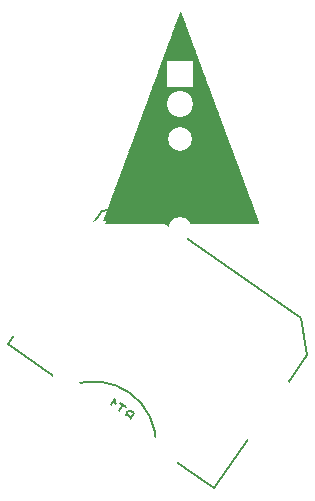
<source format=gbr>
G04 #@! TF.GenerationSoftware,KiCad,Pcbnew,5.0.0-4.fc30*
G04 #@! TF.CreationDate,2018-09-24T02:25:55-07:00*
G04 #@! TF.ProjectId,star,737461722E6B696361645F7063620000,rev?*
G04 #@! TF.SameCoordinates,Original*
G04 #@! TF.FileFunction,Legend,Bot*
G04 #@! TF.FilePolarity,Positive*
%FSLAX46Y46*%
G04 Gerber Fmt 4.6, Leading zero omitted, Abs format (unit mm)*
G04 Created by KiCad (PCBNEW 5.0.0-4.fc30) date Mon Sep 24 02:25:55 2018*
%MOMM*%
%LPD*%
G01*
G04 APERTURE LIST*
%ADD10C,0.150000*%
%ADD11C,0.010000*%
%ADD12C,2.900000*%
%ADD13C,0.100000*%
%ADD14C,4.400000*%
%ADD15C,2.000000*%
%ADD16C,2.000000*%
%ADD17C,1.670000*%
%ADD18R,2.200000X2.200000*%
%ADD19C,2.200000*%
%ADD20O,2.000000X2.000000*%
G04 APERTURE END LIST*
D10*
G04 #@! TO.C,BT1*
X124116404Y-89907136D02*
X121162485Y-94125769D01*
X128496616Y-79728789D02*
X129049161Y-82862428D01*
X129049161Y-82862428D02*
X127385789Y-85237969D01*
X114775819Y-70121384D02*
X111642180Y-70673929D01*
X111642180Y-70673929D02*
X109978808Y-73049470D01*
X114775819Y-70121384D02*
X128496616Y-79728789D01*
X106709423Y-77718637D02*
X103755504Y-81937270D01*
X108887095Y-85516951D02*
G75*
G02X116247573Y-90684310I2096958J-4838933D01*
G01*
X103755504Y-81937270D02*
X108875204Y-85522122D01*
X121162485Y-94125769D02*
X116247573Y-90684310D01*
D11*
G04 #@! TO.C,G\002A\002A\002A*
G36*
X118310376Y-53830639D02*
X118330934Y-53879293D01*
X118329581Y-53912665D01*
X118326729Y-53940958D01*
X118339823Y-53939134D01*
X118354312Y-53939874D01*
X118350409Y-53957650D01*
X118349734Y-53985555D01*
X118358970Y-53990500D01*
X118383976Y-54007445D01*
X118392742Y-54023349D01*
X118394562Y-54045287D01*
X118379132Y-54040452D01*
X118364749Y-54035590D01*
X118379809Y-54057909D01*
X118380174Y-54058360D01*
X118406874Y-54107333D01*
X118416508Y-54139142D01*
X118435717Y-54195306D01*
X118454891Y-54231259D01*
X118475676Y-54280407D01*
X118478623Y-54313392D01*
X118483243Y-54338462D01*
X118495955Y-54336378D01*
X118509917Y-54337571D01*
X118505344Y-54357444D01*
X118503810Y-54386730D01*
X118513580Y-54392666D01*
X118525777Y-54405590D01*
X118522619Y-54413235D01*
X118523738Y-54444099D01*
X118542611Y-54483716D01*
X118561850Y-54524230D01*
X118561129Y-54547814D01*
X118563671Y-54560604D01*
X118573903Y-54562000D01*
X118591258Y-54577096D01*
X118588678Y-54593750D01*
X118589887Y-54620919D01*
X118600525Y-54625500D01*
X118614154Y-54634122D01*
X118610724Y-54639330D01*
X118611793Y-54664329D01*
X118631771Y-54708995D01*
X118639198Y-54721610D01*
X118665970Y-54781810D01*
X118667071Y-54827669D01*
X118662309Y-54853304D01*
X118680673Y-54847951D01*
X118698714Y-54842102D01*
X118693365Y-54855448D01*
X118693894Y-54887592D01*
X118714004Y-54937340D01*
X118723333Y-54953583D01*
X118748855Y-55004543D01*
X118757128Y-55042043D01*
X118755321Y-55048447D01*
X118758395Y-55068049D01*
X118767945Y-55070000D01*
X118783234Y-55078312D01*
X118779703Y-55084185D01*
X118779721Y-55109913D01*
X118798950Y-55149395D01*
X118819602Y-55196760D01*
X118820434Y-55231559D01*
X118819733Y-55251925D01*
X118833006Y-55247543D01*
X118848662Y-55246841D01*
X118844011Y-55267611D01*
X118842477Y-55296897D01*
X118852246Y-55302833D01*
X118864268Y-55315840D01*
X118860916Y-55323999D01*
X118863297Y-55343473D01*
X118871500Y-55345166D01*
X118885791Y-55357670D01*
X118882987Y-55364870D01*
X118885829Y-55391949D01*
X118893182Y-55398402D01*
X118905579Y-55426961D01*
X118901843Y-55455432D01*
X118898088Y-55485600D01*
X118911323Y-55484301D01*
X118925812Y-55485040D01*
X118921909Y-55502817D01*
X118922816Y-55530654D01*
X118933984Y-55535666D01*
X118948434Y-55548627D01*
X118945010Y-55557760D01*
X118944925Y-55590766D01*
X118955143Y-55608517D01*
X118978489Y-55652339D01*
X118988220Y-55685409D01*
X119006489Y-55730880D01*
X119024462Y-55750745D01*
X119038562Y-55765649D01*
X119032949Y-55768175D01*
X119029389Y-55781690D01*
X119043533Y-55804313D01*
X119061618Y-55829175D01*
X119050749Y-55827366D01*
X119040833Y-55821841D01*
X119027656Y-55819527D01*
X119044985Y-55844442D01*
X119048984Y-55849063D01*
X119081540Y-55903090D01*
X119094856Y-55948962D01*
X119109376Y-56003408D01*
X119126763Y-56034605D01*
X119142675Y-56065964D01*
X119140107Y-56078448D01*
X119142732Y-56101098D01*
X119159475Y-56122999D01*
X119180750Y-56160998D01*
X119180298Y-56183979D01*
X119179497Y-56209606D01*
X119186136Y-56212999D01*
X119203165Y-56230309D01*
X119206638Y-56244750D01*
X119212362Y-56296261D01*
X119213694Y-56308250D01*
X119227129Y-56336502D01*
X119236110Y-56340000D01*
X119246290Y-56352722D01*
X119243843Y-56358048D01*
X119246066Y-56387231D01*
X119261406Y-56415369D01*
X119280388Y-56456431D01*
X119280452Y-56479847D01*
X119286096Y-56512397D01*
X119293735Y-56519238D01*
X119307409Y-56544560D01*
X119304512Y-56553129D01*
X119307633Y-56571561D01*
X119314750Y-56572833D01*
X119334448Y-56584212D01*
X119334660Y-56588708D01*
X119333699Y-56638525D01*
X119346178Y-56666313D01*
X119361603Y-56666062D01*
X119376201Y-56663578D01*
X119371841Y-56673933D01*
X119370356Y-56702370D01*
X119376420Y-56708513D01*
X119392461Y-56734722D01*
X119409527Y-56783774D01*
X119422100Y-56836687D01*
X119424665Y-56874458D01*
X119438295Y-56889381D01*
X119446527Y-56890333D01*
X119460759Y-56898829D01*
X119457294Y-56904260D01*
X119456306Y-56929888D01*
X119465092Y-56944366D01*
X119482680Y-56977633D01*
X119483569Y-56988646D01*
X119481586Y-57038675D01*
X119493417Y-57067663D01*
X119510097Y-57068026D01*
X119525814Y-57066972D01*
X119520607Y-57089865D01*
X119522984Y-57136194D01*
X119551069Y-57189806D01*
X119577321Y-57233743D01*
X119585056Y-57262057D01*
X119583736Y-57264652D01*
X119584102Y-57289633D01*
X119601329Y-57333960D01*
X119603137Y-57337516D01*
X119620782Y-57378684D01*
X119621936Y-57398106D01*
X119620868Y-57398333D01*
X119620096Y-57411236D01*
X119630724Y-57426739D01*
X119644151Y-57457603D01*
X119640371Y-57469072D01*
X119643455Y-57481497D01*
X119654666Y-57483000D01*
X119672243Y-57490605D01*
X119669058Y-57496830D01*
X119670247Y-57521750D01*
X119690299Y-57566667D01*
X119698768Y-57581111D01*
X119723717Y-57630823D01*
X119731457Y-57666554D01*
X119729892Y-57671651D01*
X119732392Y-57699145D01*
X119739333Y-57705249D01*
X119751901Y-57730601D01*
X119749012Y-57738462D01*
X119752699Y-57756796D01*
X119760500Y-57758166D01*
X119774303Y-57771060D01*
X119771083Y-57779333D01*
X119770733Y-57798925D01*
X119776889Y-57800500D01*
X119795620Y-57817806D01*
X119799305Y-57832250D01*
X119805029Y-57883761D01*
X119806361Y-57895750D01*
X119816660Y-57924002D01*
X119823023Y-57927500D01*
X119834792Y-57945451D01*
X119839601Y-57973220D01*
X119854105Y-58017979D01*
X119870564Y-58036396D01*
X119885168Y-58051513D01*
X119879616Y-58054175D01*
X119873560Y-58067430D01*
X119881163Y-58080958D01*
X119898284Y-58122459D01*
X119903784Y-58157410D01*
X119920079Y-58213224D01*
X119941441Y-58246132D01*
X119970456Y-58298074D01*
X119979620Y-58338999D01*
X119987717Y-58379419D01*
X119999874Y-58393151D01*
X120007233Y-58406607D01*
X120003092Y-58415667D01*
X120005063Y-58446499D01*
X120025083Y-58477833D01*
X120047003Y-58517367D01*
X120045053Y-58543269D01*
X120041127Y-58558992D01*
X120055830Y-58552536D01*
X120073023Y-58549591D01*
X120068836Y-58579087D01*
X120067416Y-58583666D01*
X120061323Y-58616433D01*
X120076444Y-58616318D01*
X120079002Y-58614796D01*
X120095743Y-58610092D01*
X120090174Y-58623426D01*
X120090358Y-58655863D01*
X120109642Y-58706510D01*
X120119513Y-58724614D01*
X120144848Y-58774032D01*
X120154587Y-58806780D01*
X120153223Y-58811831D01*
X120156292Y-58834909D01*
X120177395Y-58879305D01*
X120188156Y-58897578D01*
X120212154Y-58942188D01*
X120211334Y-58957184D01*
X120203750Y-58954192D01*
X120191697Y-58952460D01*
X120209187Y-58977259D01*
X120211174Y-58979545D01*
X120238185Y-59017817D01*
X120245709Y-59041392D01*
X120243586Y-59086623D01*
X120251724Y-59119532D01*
X120264972Y-59125596D01*
X120282595Y-59131121D01*
X120284898Y-59140222D01*
X120310897Y-59241660D01*
X120326981Y-59274091D01*
X120341159Y-59313275D01*
X120338440Y-59332170D01*
X120340900Y-59355509D01*
X120362425Y-59386536D01*
X120385534Y-59424811D01*
X120385740Y-59450166D01*
X120386870Y-59470582D01*
X120395500Y-59472666D01*
X120409303Y-59485560D01*
X120406083Y-59493833D01*
X120408463Y-59513306D01*
X120416666Y-59515000D01*
X120430664Y-59527805D01*
X120427634Y-59535545D01*
X120427702Y-59566801D01*
X120445191Y-59614545D01*
X120446707Y-59617528D01*
X120464833Y-59663185D01*
X120466008Y-59691239D01*
X120465211Y-59692233D01*
X120468938Y-59704085D01*
X120480166Y-59705500D01*
X120497743Y-59713105D01*
X120494558Y-59719330D01*
X120495682Y-59744293D01*
X120515694Y-59789076D01*
X120523600Y-59802530D01*
X120554923Y-59866683D01*
X120573715Y-59929900D01*
X120574443Y-59934874D01*
X120592769Y-60001279D01*
X120617780Y-60051826D01*
X120638786Y-60096574D01*
X120639491Y-60127902D01*
X120639940Y-60148086D01*
X120647586Y-60150000D01*
X120660863Y-60165236D01*
X120658201Y-60179020D01*
X120662776Y-60215284D01*
X120681544Y-60242520D01*
X120702620Y-60268805D01*
X120701336Y-60277000D01*
X120700167Y-60290012D01*
X120712230Y-60307822D01*
X120727445Y-60343798D01*
X120724156Y-60360739D01*
X120725658Y-60380871D01*
X120734166Y-60382833D01*
X120747969Y-60395727D01*
X120744750Y-60404000D01*
X120748064Y-60423262D01*
X120757611Y-60425166D01*
X120773049Y-60433343D01*
X120769628Y-60439094D01*
X120769473Y-60464415D01*
X120781975Y-60485490D01*
X120797360Y-60507758D01*
X120782406Y-60503013D01*
X120776500Y-60499674D01*
X120762613Y-60496724D01*
X120780005Y-60521571D01*
X120783865Y-60526027D01*
X120807945Y-60565642D01*
X120809074Y-60593166D01*
X120810203Y-60613582D01*
X120818833Y-60615666D01*
X120832823Y-60628475D01*
X120829786Y-60636235D01*
X120831188Y-60666748D01*
X120852138Y-60710318D01*
X120871847Y-60747366D01*
X120871554Y-60763786D01*
X120870903Y-60763833D01*
X120870784Y-60776822D01*
X120891709Y-60804832D01*
X120914842Y-60842910D01*
X120915187Y-60867879D01*
X120917603Y-60897778D01*
X120941099Y-60943008D01*
X120947357Y-60951867D01*
X120974627Y-60997108D01*
X120982943Y-61028941D01*
X120981791Y-61032190D01*
X120983970Y-61060005D01*
X121001672Y-61111968D01*
X121020504Y-61154466D01*
X121046481Y-61215057D01*
X121060002Y-61260324D01*
X121059872Y-61275680D01*
X121063315Y-61292342D01*
X121068056Y-61293000D01*
X121086172Y-61309823D01*
X121087779Y-61319458D01*
X121097604Y-61379744D01*
X121118750Y-61419588D01*
X121121518Y-61421904D01*
X121136671Y-61451026D01*
X121141898Y-61480112D01*
X121150911Y-61516372D01*
X121161340Y-61525833D01*
X121169441Y-61541366D01*
X121165976Y-61555442D01*
X121168537Y-61589793D01*
X121177568Y-61599238D01*
X121191243Y-61624560D01*
X121188346Y-61633129D01*
X121191466Y-61651561D01*
X121198584Y-61652833D01*
X121218282Y-61664212D01*
X121218493Y-61668708D01*
X121217521Y-61718784D01*
X121230174Y-61746353D01*
X121245763Y-61745860D01*
X121261625Y-61744830D01*
X121256874Y-61766133D01*
X121258160Y-61807498D01*
X121279930Y-61861798D01*
X121283930Y-61868652D01*
X121307904Y-61916637D01*
X121315063Y-61949543D01*
X121313903Y-61952962D01*
X121318800Y-61969358D01*
X121325584Y-61970333D01*
X121344653Y-61981633D01*
X121344639Y-61986208D01*
X121349862Y-62021894D01*
X121370186Y-62077919D01*
X121392595Y-62124652D01*
X121403857Y-62164884D01*
X121400295Y-62183005D01*
X121403108Y-62212009D01*
X121426258Y-62257261D01*
X121432666Y-62266666D01*
X121458946Y-62313400D01*
X121465938Y-62347441D01*
X121464505Y-62351188D01*
X121466845Y-62370761D01*
X121475177Y-62372500D01*
X121489355Y-62388966D01*
X121484742Y-62417484D01*
X121480339Y-62449006D01*
X121493656Y-62448134D01*
X121508367Y-62448791D01*
X121505064Y-62464509D01*
X121506950Y-62499314D01*
X121516235Y-62509404D01*
X121529909Y-62534727D01*
X121527012Y-62543295D01*
X121530133Y-62561728D01*
X121537250Y-62563000D01*
X121556238Y-62574289D01*
X121556194Y-62578875D01*
X121558616Y-62614290D01*
X121571977Y-62660366D01*
X121589726Y-62698613D01*
X121603079Y-62711166D01*
X121613952Y-62728371D01*
X121612583Y-62753500D01*
X121614621Y-62787454D01*
X121625631Y-62795833D01*
X121637138Y-62808872D01*
X121633750Y-62817000D01*
X121636130Y-62836473D01*
X121644333Y-62838166D01*
X121658136Y-62851060D01*
X121654916Y-62859333D01*
X121658230Y-62878595D01*
X121667778Y-62880500D01*
X121684165Y-62887811D01*
X121681416Y-62892805D01*
X121681887Y-62917693D01*
X121697313Y-62966357D01*
X121708196Y-62992410D01*
X121729618Y-63048374D01*
X121738225Y-63088090D01*
X121736891Y-63096521D01*
X121742445Y-63112232D01*
X121750166Y-63113333D01*
X121764458Y-63125837D01*
X121761653Y-63133037D01*
X121763324Y-63160085D01*
X121768342Y-63164401D01*
X121782845Y-63192331D01*
X121787208Y-63228423D01*
X121797901Y-63280263D01*
X121824402Y-63342991D01*
X121832432Y-63357434D01*
X121857866Y-63409229D01*
X121867151Y-63446725D01*
X121865579Y-63453624D01*
X121869369Y-63471812D01*
X121877166Y-63473166D01*
X121890561Y-63486237D01*
X121886925Y-63495667D01*
X121887935Y-63527588D01*
X121903623Y-63553875D01*
X121941112Y-63602039D01*
X121956056Y-63631016D01*
X121945988Y-63635331D01*
X121938645Y-63631548D01*
X121928998Y-63631874D01*
X121946135Y-63656509D01*
X121948031Y-63658694D01*
X121972828Y-63697046D01*
X121975587Y-63722036D01*
X121978085Y-63750559D01*
X121998873Y-63797502D01*
X122005726Y-63809309D01*
X122029792Y-63858498D01*
X122036598Y-63893481D01*
X122035130Y-63897772D01*
X122036481Y-63916408D01*
X122042604Y-63917666D01*
X122057398Y-63935809D01*
X122062375Y-63971284D01*
X122076251Y-64029169D01*
X122097653Y-64063885D01*
X122123512Y-64100497D01*
X122129543Y-64121392D01*
X122127403Y-64171194D01*
X122138922Y-64200620D01*
X122155603Y-64201395D01*
X122170141Y-64198913D01*
X122165386Y-64210003D01*
X122165296Y-64241884D01*
X122182413Y-64293979D01*
X122192959Y-64316486D01*
X122215861Y-64369350D01*
X122224073Y-64405538D01*
X122222111Y-64412332D01*
X122224691Y-64435551D01*
X122246258Y-64466536D01*
X122269733Y-64504175D01*
X122270691Y-64528358D01*
X122273830Y-64552618D01*
X122281619Y-64556956D01*
X122301523Y-64581686D01*
X122311349Y-64619633D01*
X122325048Y-64679841D01*
X122339935Y-64716586D01*
X122352556Y-64754907D01*
X122349144Y-64772133D01*
X122350752Y-64784939D01*
X122355967Y-64785500D01*
X122373330Y-64803448D01*
X122379601Y-64831220D01*
X122394105Y-64875979D01*
X122410564Y-64894396D01*
X122425243Y-64909517D01*
X122419773Y-64912175D01*
X122417037Y-64927377D01*
X122435163Y-64963876D01*
X122437340Y-64967253D01*
X122459019Y-65008773D01*
X122461800Y-65033389D01*
X122461499Y-65033723D01*
X122462420Y-65058271D01*
X122479959Y-65103245D01*
X122483996Y-65111261D01*
X122521122Y-65183693D01*
X122541650Y-65227869D01*
X122548994Y-65252840D01*
X122546569Y-65267656D01*
X122544439Y-65271487D01*
X122548324Y-65299110D01*
X122566400Y-65323543D01*
X122586823Y-65349312D01*
X122585170Y-65357000D01*
X122584001Y-65370012D01*
X122596063Y-65387822D01*
X122611278Y-65423798D01*
X122607989Y-65440739D01*
X122608441Y-65460921D01*
X122616086Y-65462833D01*
X122628142Y-65478547D01*
X122624321Y-65498055D01*
X122620728Y-65521807D01*
X122639166Y-65515750D01*
X122658147Y-65510639D01*
X122652836Y-65536505D01*
X122654846Y-65584990D01*
X122672479Y-65612727D01*
X122693845Y-65650075D01*
X122692907Y-65673166D01*
X122694036Y-65693582D01*
X122702666Y-65695666D01*
X122717012Y-65708090D01*
X122714241Y-65715228D01*
X122716624Y-65743447D01*
X122735763Y-65794790D01*
X122755002Y-65834189D01*
X122782695Y-65893077D01*
X122796880Y-65937221D01*
X122796624Y-65951757D01*
X122800133Y-65979476D01*
X122823610Y-66023075D01*
X122827458Y-66028588D01*
X122861104Y-66092941D01*
X122879684Y-66157222D01*
X122897384Y-66223663D01*
X122923017Y-66277822D01*
X122942933Y-66327032D01*
X122942247Y-66364779D01*
X122938731Y-66389589D01*
X122952827Y-66385956D01*
X122968693Y-66385150D01*
X122964742Y-66403650D01*
X122965649Y-66431488D01*
X122976817Y-66436500D01*
X122991775Y-66449078D01*
X122988786Y-66457068D01*
X122989904Y-66487933D01*
X123008777Y-66527550D01*
X123028017Y-66568063D01*
X123027296Y-66591647D01*
X123029110Y-66604773D01*
X123037141Y-66605833D01*
X123052280Y-66621023D01*
X123049809Y-66635442D01*
X123052370Y-66669793D01*
X123061402Y-66679238D01*
X123075076Y-66704560D01*
X123072179Y-66713129D01*
X123073256Y-66731640D01*
X123079019Y-66732833D01*
X123101336Y-66750392D01*
X123123771Y-66790432D01*
X123137783Y-66833995D01*
X123136389Y-66860146D01*
X123139042Y-66888402D01*
X123159902Y-66935195D01*
X123166773Y-66947023D01*
X123191184Y-66995533D01*
X123198953Y-67029024D01*
X123197737Y-67032962D01*
X123203157Y-67049038D01*
X123211682Y-67050333D01*
X123226900Y-67065679D01*
X123224178Y-67082083D01*
X123225387Y-67109252D01*
X123236025Y-67113833D01*
X123249440Y-67122652D01*
X123245870Y-67128018D01*
X123245626Y-67153909D01*
X123263270Y-67190409D01*
X123283074Y-67236436D01*
X123283547Y-67268083D01*
X123288440Y-67304240D01*
X123304720Y-67324507D01*
X123326334Y-67354537D01*
X123325601Y-67370231D01*
X123329889Y-67387719D01*
X123337666Y-67389000D01*
X123351958Y-67401503D01*
X123349153Y-67408704D01*
X123351995Y-67435782D01*
X123359349Y-67442235D01*
X123371746Y-67470794D01*
X123368010Y-67499265D01*
X123363499Y-67529042D01*
X123381002Y-67525963D01*
X123397730Y-67521248D01*
X123392031Y-67534823D01*
X123390610Y-67570288D01*
X123401936Y-67591010D01*
X123414986Y-67616159D01*
X123409050Y-67622157D01*
X123405984Y-67630798D01*
X123415749Y-67638483D01*
X123437565Y-67669476D01*
X123452038Y-67715819D01*
X123465958Y-67763978D01*
X123482082Y-67789452D01*
X123495546Y-67818207D01*
X123495291Y-67838791D01*
X123499930Y-67869915D01*
X123510122Y-67875833D01*
X123521014Y-67888911D01*
X123517583Y-67897000D01*
X123519963Y-67916473D01*
X123528166Y-67918166D01*
X123541969Y-67931060D01*
X123538750Y-67939333D01*
X123541130Y-67958806D01*
X123549333Y-67960500D01*
X123563466Y-67973237D01*
X123560563Y-67980619D01*
X123561997Y-68010191D01*
X123580563Y-68060008D01*
X123590215Y-68079264D01*
X123613929Y-68131806D01*
X123622721Y-68168996D01*
X123621318Y-68175561D01*
X123626759Y-68191817D01*
X123636278Y-68193333D01*
X123651716Y-68201510D01*
X123648294Y-68207260D01*
X123647134Y-68232961D01*
X123655326Y-68246442D01*
X123673045Y-68285907D01*
X123680926Y-68327765D01*
X123690886Y-68369081D01*
X123705644Y-68383833D01*
X123714772Y-68393925D01*
X123711536Y-68398018D01*
X123711453Y-68423809D01*
X123730055Y-68462116D01*
X123749872Y-68505062D01*
X123750047Y-68532597D01*
X123751917Y-68551685D01*
X123759086Y-68553166D01*
X123771803Y-68568631D01*
X123768654Y-68584916D01*
X123769585Y-68612100D01*
X123779902Y-68616666D01*
X123800449Y-68627636D01*
X123800826Y-68632541D01*
X123799908Y-68683822D01*
X123813585Y-68710786D01*
X123829791Y-68709772D01*
X123844836Y-68705205D01*
X123840558Y-68711867D01*
X123838068Y-68740564D01*
X123846592Y-68755366D01*
X123863634Y-68788559D01*
X123864103Y-68799646D01*
X123865953Y-68837255D01*
X123879585Y-68884258D01*
X123898391Y-68922369D01*
X123912710Y-68934166D01*
X123923615Y-68947066D01*
X123920653Y-68953870D01*
X123922324Y-68980918D01*
X123927342Y-68985234D01*
X123941677Y-69013086D01*
X123946208Y-69050898D01*
X123960376Y-69108628D01*
X123984002Y-69146664D01*
X124007259Y-69181949D01*
X124007768Y-69202453D01*
X124009368Y-69226528D01*
X124028935Y-69255370D01*
X124050991Y-69289282D01*
X124051054Y-69307333D01*
X124051411Y-69332576D01*
X124068213Y-69379710D01*
X124076468Y-69397162D01*
X124098600Y-69452875D01*
X124105852Y-69496113D01*
X124104565Y-69503321D01*
X124105461Y-69521997D01*
X124121357Y-69515925D01*
X124138584Y-69510811D01*
X124133199Y-69523948D01*
X124133817Y-69555970D01*
X124153972Y-69605900D01*
X124164093Y-69623582D01*
X124189976Y-69672661D01*
X124199311Y-69705807D01*
X124197611Y-69711110D01*
X124199723Y-69735171D01*
X124220304Y-69780147D01*
X124230989Y-69798411D01*
X124253119Y-69839728D01*
X124255651Y-69857747D01*
X124249680Y-69856058D01*
X124238129Y-69856301D01*
X124253649Y-69886956D01*
X124256295Y-69891041D01*
X124276275Y-69932283D01*
X124276129Y-69957147D01*
X124278963Y-69969795D01*
X124290166Y-69971333D01*
X124307548Y-69979114D01*
X124304203Y-69985518D01*
X124304233Y-70011239D01*
X124323533Y-70050855D01*
X124344323Y-70090666D01*
X124346502Y-70112552D01*
X124344823Y-70139486D01*
X124358079Y-70187887D01*
X124380654Y-70242213D01*
X124406928Y-70286921D01*
X124411654Y-70292791D01*
X124431045Y-70329232D01*
X124429628Y-70349293D01*
X124431368Y-70379838D01*
X124443934Y-70398251D01*
X124466552Y-70438657D01*
X124469245Y-70458166D01*
X124480490Y-70499395D01*
X124497273Y-70525624D01*
X124514756Y-70564412D01*
X124511219Y-70587103D01*
X124507205Y-70602758D01*
X124523326Y-70595548D01*
X124542011Y-70590757D01*
X124536670Y-70616505D01*
X124538679Y-70664990D01*
X124556313Y-70692727D01*
X124578075Y-70729390D01*
X124577858Y-70751358D01*
X124580996Y-70775618D01*
X124588786Y-70779956D01*
X124608262Y-70804602D01*
X124618915Y-70846275D01*
X124632448Y-70901038D01*
X124650069Y-70934500D01*
X124663656Y-70971831D01*
X124659135Y-70989676D01*
X124655594Y-71004985D01*
X124670163Y-70998536D01*
X124687356Y-70995591D01*
X124683170Y-71025087D01*
X124681750Y-71029666D01*
X124676602Y-71062633D01*
X124687675Y-71064295D01*
X124706206Y-71067695D01*
X124707775Y-71077519D01*
X124710031Y-71138846D01*
X124721031Y-71169056D01*
X124731138Y-71169430D01*
X124748476Y-71174942D01*
X124750605Y-71184056D01*
X124773529Y-71288139D01*
X124809650Y-71362094D01*
X124830650Y-71409700D01*
X124831767Y-71445226D01*
X124831240Y-71465628D01*
X124842158Y-71462558D01*
X124859768Y-71465500D01*
X124860574Y-71477334D01*
X124858256Y-71536480D01*
X124869343Y-71567510D01*
X124886167Y-71567355D01*
X124902177Y-71568049D01*
X124898724Y-71597886D01*
X124896435Y-71628525D01*
X124905973Y-71631696D01*
X124923024Y-71631830D01*
X124920064Y-71656477D01*
X124908967Y-71676581D01*
X124885841Y-71680431D01*
X124825119Y-71684013D01*
X124731537Y-71687305D01*
X124609831Y-71690284D01*
X124464738Y-71692929D01*
X124300994Y-71695217D01*
X124123335Y-71697125D01*
X123936498Y-71698633D01*
X123745220Y-71699717D01*
X123554235Y-71700355D01*
X123368281Y-71700526D01*
X123192095Y-71700207D01*
X123030411Y-71699375D01*
X122887967Y-71698009D01*
X122769500Y-71696087D01*
X122679745Y-71693586D01*
X122623438Y-71690484D01*
X122605424Y-71687369D01*
X122583302Y-71686028D01*
X122521061Y-71684665D01*
X122420917Y-71683290D01*
X122285085Y-71681914D01*
X122115779Y-71680549D01*
X121915216Y-71679204D01*
X121685610Y-71677892D01*
X121429177Y-71676623D01*
X121148130Y-71675408D01*
X120844686Y-71674258D01*
X120521060Y-71673185D01*
X120179465Y-71672199D01*
X119822119Y-71671311D01*
X119451235Y-71670533D01*
X119097343Y-71669919D01*
X118669363Y-71669216D01*
X118236706Y-71668438D01*
X117801439Y-71667593D01*
X117365629Y-71666688D01*
X116931344Y-71665728D01*
X116500650Y-71664720D01*
X116075615Y-71663671D01*
X115658307Y-71662589D01*
X115250791Y-71661478D01*
X114855137Y-71660346D01*
X114473410Y-71659201D01*
X114107678Y-71658047D01*
X113760009Y-71656892D01*
X113432470Y-71655743D01*
X113127127Y-71654606D01*
X112846049Y-71653488D01*
X112591302Y-71652395D01*
X112364954Y-71651335D01*
X112169072Y-71650313D01*
X112005723Y-71649337D01*
X111876975Y-71648413D01*
X111784894Y-71647547D01*
X111731549Y-71646747D01*
X111718224Y-71646201D01*
X111721923Y-71631900D01*
X111732445Y-71619754D01*
X111746748Y-71581427D01*
X111743665Y-71563365D01*
X111741496Y-71541761D01*
X111759500Y-71548250D01*
X111779052Y-71553276D01*
X111775405Y-71533319D01*
X111777408Y-71494888D01*
X111798535Y-71442750D01*
X111803448Y-71434266D01*
X111829228Y-71386679D01*
X111840696Y-71355027D01*
X111840638Y-71352127D01*
X111846133Y-71323746D01*
X111863968Y-71276153D01*
X111865309Y-71273083D01*
X111883474Y-71220061D01*
X111888345Y-71180565D01*
X111888268Y-71180087D01*
X111898145Y-71144037D01*
X111907158Y-71135814D01*
X111926035Y-71106269D01*
X111939442Y-71054570D01*
X111939997Y-71050474D01*
X111953628Y-70997104D01*
X111974529Y-70963748D01*
X111975922Y-70962779D01*
X111991067Y-70947807D01*
X111986498Y-70945324D01*
X111983724Y-70929004D01*
X111998795Y-70889596D01*
X112001528Y-70884183D01*
X112019487Y-70838748D01*
X112020417Y-70810955D01*
X112019711Y-70810100D01*
X112022924Y-70798006D01*
X112032388Y-70796833D01*
X112048851Y-70785187D01*
X112046153Y-70777129D01*
X112048373Y-70749751D01*
X112053646Y-70745268D01*
X112069353Y-70718317D01*
X112084247Y-70666170D01*
X112087617Y-70648465D01*
X112100580Y-70598790D01*
X112115988Y-70575432D01*
X112121209Y-70575742D01*
X112139097Y-70569786D01*
X112143145Y-70554665D01*
X112148597Y-70504249D01*
X112156888Y-70479029D01*
X112165499Y-70468444D01*
X112172017Y-70438540D01*
X112168526Y-70424347D01*
X112171214Y-70398481D01*
X112181817Y-70394666D01*
X112197720Y-70383477D01*
X112195343Y-70376618D01*
X112197566Y-70347435D01*
X112212906Y-70319296D01*
X112231585Y-70277291D01*
X112231130Y-70252678D01*
X112235272Y-70228327D01*
X112245317Y-70225333D01*
X112260062Y-70212499D01*
X112256916Y-70204166D01*
X112258594Y-70184661D01*
X112266250Y-70183000D01*
X112284657Y-70165346D01*
X112288666Y-70142044D01*
X112296619Y-70092460D01*
X112313085Y-70041502D01*
X112332280Y-69992077D01*
X112342733Y-69960750D01*
X112354073Y-69927642D01*
X112374152Y-69877212D01*
X112374626Y-69876083D01*
X112392073Y-69823920D01*
X112397029Y-69786537D01*
X112396966Y-69786125D01*
X112406442Y-69761786D01*
X112414738Y-69759666D01*
X112430134Y-69741249D01*
X112436824Y-69696752D01*
X112436833Y-69694917D01*
X112442667Y-69650246D01*
X112460646Y-69644908D01*
X112461597Y-69645473D01*
X112477492Y-69646498D01*
X112472844Y-69625555D01*
X112469776Y-69596184D01*
X112477566Y-69590333D01*
X112499962Y-69573458D01*
X112508409Y-69557483D01*
X112510229Y-69535545D01*
X112494799Y-69540380D01*
X112480738Y-69544852D01*
X112496110Y-69522147D01*
X112520716Y-69475697D01*
X112534406Y-69428783D01*
X112551177Y-69373632D01*
X112570378Y-69339030D01*
X112588914Y-69292910D01*
X112588932Y-69283416D01*
X124015000Y-69283416D01*
X124025583Y-69294000D01*
X124036166Y-69283416D01*
X124025583Y-69272833D01*
X124015000Y-69283416D01*
X112588932Y-69283416D01*
X112588959Y-69269581D01*
X112591852Y-69237309D01*
X112601438Y-69230500D01*
X112623141Y-69213366D01*
X112645263Y-69176234D01*
X112656736Y-69141600D01*
X112649202Y-69134819D01*
X112648903Y-69135000D01*
X112636696Y-69131781D01*
X112640423Y-69115182D01*
X112662361Y-69086467D01*
X112674195Y-69082333D01*
X112686681Y-69066954D01*
X112683703Y-69051950D01*
X112684544Y-69021543D01*
X112693175Y-69014524D01*
X112715036Y-68990058D01*
X112719039Y-68976115D01*
X112733473Y-68930736D01*
X112739122Y-68920201D01*
X112745357Y-68881218D01*
X112740221Y-68858521D01*
X112735651Y-68833258D01*
X112754333Y-68838916D01*
X112773763Y-68843953D01*
X112769771Y-68822769D01*
X112772729Y-68781924D01*
X112777683Y-68775416D01*
X123824500Y-68775416D01*
X123835083Y-68786000D01*
X123845666Y-68775416D01*
X123835083Y-68764833D01*
X123824500Y-68775416D01*
X112777683Y-68775416D01*
X112785156Y-68765602D01*
X112803357Y-68727737D01*
X112801730Y-68697245D01*
X112798728Y-68666311D01*
X112816980Y-68669057D01*
X112817245Y-68669219D01*
X112836320Y-68673005D01*
X112833924Y-68656654D01*
X112838196Y-68619370D01*
X112857636Y-68586569D01*
X112874801Y-68561610D01*
X112867432Y-68560140D01*
X112851115Y-68558281D01*
X112853963Y-68532267D01*
X112871508Y-68504267D01*
X112887336Y-68503960D01*
X112900707Y-68502120D01*
X112896178Y-68482555D01*
X112894101Y-68453238D01*
X112903164Y-68447333D01*
X112919989Y-68429654D01*
X112923666Y-68406249D01*
X112933553Y-68365614D01*
X112945178Y-68351869D01*
X112958421Y-68328123D01*
X112956101Y-68321441D01*
X112957899Y-68293144D01*
X112975762Y-68244885D01*
X112981527Y-68232945D01*
X113003938Y-68176140D01*
X113012062Y-68129609D01*
X113011606Y-68124541D01*
X113017475Y-68093484D01*
X113029418Y-68087500D01*
X113043297Y-68074611D01*
X113040083Y-68066333D01*
X113041384Y-68046811D01*
X113048753Y-68045166D01*
X113061906Y-68029878D01*
X113059142Y-68015557D01*
X113061704Y-67981206D01*
X113070735Y-67971761D01*
X113084409Y-67946439D01*
X113081512Y-67937870D01*
X113085199Y-67919536D01*
X113093000Y-67918166D01*
X113107424Y-67905857D01*
X113104700Y-67898807D01*
X113106777Y-67875447D01*
X113112125Y-67872349D01*
X113128270Y-67848622D01*
X113141505Y-67800408D01*
X113142335Y-67795349D01*
X113155881Y-67739284D01*
X113173601Y-67700720D01*
X113174100Y-67700099D01*
X113191658Y-67663461D01*
X113207716Y-67606188D01*
X113209843Y-67595560D01*
X113224937Y-67545205D01*
X113243283Y-67528785D01*
X113247084Y-67530240D01*
X113260547Y-67528502D01*
X113256011Y-67508888D01*
X113254477Y-67479602D01*
X113264246Y-67473666D01*
X113274545Y-67463083D01*
X123337666Y-67463083D01*
X123348250Y-67473666D01*
X123358833Y-67463083D01*
X123348250Y-67452500D01*
X123337666Y-67463083D01*
X113274545Y-67463083D01*
X113276701Y-67460868D01*
X113273820Y-67453962D01*
X113276785Y-67426958D01*
X113284597Y-67420071D01*
X113298833Y-67390966D01*
X113296190Y-67376275D01*
X113298604Y-67350439D01*
X113308858Y-67346666D01*
X113322429Y-67337990D01*
X113318961Y-67332739D01*
X113318192Y-67307207D01*
X113327769Y-67291416D01*
X113347179Y-67250441D01*
X113351564Y-67230250D01*
X123253000Y-67230250D01*
X123263583Y-67240833D01*
X123274166Y-67230250D01*
X123263583Y-67219666D01*
X123253000Y-67230250D01*
X113351564Y-67230250D01*
X113356917Y-67205608D01*
X113369230Y-67160202D01*
X113386915Y-67139333D01*
X113406836Y-67114416D01*
X113410500Y-67092280D01*
X113418407Y-67044175D01*
X113434919Y-66993502D01*
X113454113Y-66944077D01*
X113464567Y-66912750D01*
X113475906Y-66879642D01*
X113495985Y-66829212D01*
X113496459Y-66828083D01*
X113513906Y-66775920D01*
X113518863Y-66738537D01*
X113518799Y-66738125D01*
X113528276Y-66713786D01*
X113536572Y-66711666D01*
X113554698Y-66694003D01*
X113558666Y-66670582D01*
X113569086Y-66629584D01*
X113581276Y-66615524D01*
X113595203Y-66586610D01*
X113592523Y-66571942D01*
X113592869Y-66546005D01*
X113601000Y-66542333D01*
X113612479Y-66526962D01*
X113609476Y-66512724D01*
X113611089Y-66489416D01*
X113622166Y-66489416D01*
X113632750Y-66500000D01*
X113643333Y-66489416D01*
X113632750Y-66478833D01*
X113622166Y-66489416D01*
X113611089Y-66489416D01*
X113611846Y-66478491D01*
X113620723Y-66469141D01*
X113639981Y-66438335D01*
X113643333Y-66415596D01*
X113657543Y-66366664D01*
X113670976Y-66348053D01*
X113695995Y-66315301D01*
X113713302Y-66280727D01*
X113717787Y-66257367D01*
X113706833Y-66256583D01*
X113695442Y-66254381D01*
X113701620Y-66229276D01*
X113720234Y-66194100D01*
X113743907Y-66163895D01*
X113763280Y-66126932D01*
X113762225Y-66107235D01*
X113765323Y-66087250D01*
X113770333Y-66087250D01*
X113780916Y-66097833D01*
X113791500Y-66087250D01*
X113780916Y-66076666D01*
X113770333Y-66087250D01*
X113765323Y-66087250D01*
X113767604Y-66072543D01*
X113783138Y-66053656D01*
X113804486Y-66019074D01*
X113803710Y-65999192D01*
X113805724Y-65974104D01*
X113814580Y-65970833D01*
X113826602Y-65957826D01*
X113823250Y-65949666D01*
X113825630Y-65930193D01*
X113833833Y-65928500D01*
X113845930Y-65917916D01*
X122766166Y-65917916D01*
X122776750Y-65928500D01*
X122787333Y-65917916D01*
X122776750Y-65907333D01*
X122766166Y-65917916D01*
X113845930Y-65917916D01*
X113848125Y-65915996D01*
X113845320Y-65908795D01*
X113847440Y-65881477D01*
X113852667Y-65877024D01*
X113863462Y-65849625D01*
X113860261Y-65819335D01*
X113857009Y-65787883D01*
X113874788Y-65790070D01*
X113875578Y-65790553D01*
X113894941Y-65794196D01*
X113893086Y-65778176D01*
X113897890Y-65739573D01*
X113909623Y-65722686D01*
X113925846Y-65682846D01*
X113923864Y-65650395D01*
X113920484Y-65618677D01*
X113938020Y-65620575D01*
X113939078Y-65621219D01*
X113958154Y-65625005D01*
X113955757Y-65608654D01*
X113960029Y-65571370D01*
X113979470Y-65538569D01*
X114000073Y-65511425D01*
X113991903Y-65510500D01*
X113982000Y-65515750D01*
X113967920Y-65518562D01*
X113985461Y-65493479D01*
X113989365Y-65488972D01*
X114013445Y-65449357D01*
X114014574Y-65421833D01*
X114014837Y-65409916D01*
X122575666Y-65409916D01*
X122586250Y-65420500D01*
X122596833Y-65409916D01*
X122586250Y-65399333D01*
X122575666Y-65409916D01*
X114014837Y-65409916D01*
X114015027Y-65401384D01*
X114023084Y-65399333D01*
X114041472Y-65381673D01*
X114045500Y-65358249D01*
X114055386Y-65317614D01*
X114067011Y-65303869D01*
X114078852Y-65277924D01*
X114075773Y-65269943D01*
X114076769Y-65238557D01*
X114088602Y-65218489D01*
X114102497Y-65193424D01*
X114097727Y-65187666D01*
X114097858Y-65174340D01*
X114121121Y-65142235D01*
X114121594Y-65141694D01*
X114142464Y-65113654D01*
X114133336Y-65112265D01*
X114130166Y-65114008D01*
X114109696Y-65123102D01*
X114119839Y-65105895D01*
X114124691Y-65099823D01*
X114140252Y-65067254D01*
X114137038Y-65053427D01*
X114139593Y-65040750D01*
X114149054Y-65039500D01*
X114164989Y-65027083D01*
X114161916Y-65018333D01*
X114164861Y-64998885D01*
X114173515Y-64997166D01*
X114188884Y-64981877D01*
X114186272Y-64966094D01*
X114186681Y-64931920D01*
X114194936Y-64922298D01*
X114206868Y-64897985D01*
X114204400Y-64891577D01*
X114208147Y-64864023D01*
X114223430Y-64843426D01*
X114248117Y-64801586D01*
X114264286Y-64745361D01*
X114279540Y-64687788D01*
X114300419Y-64646808D01*
X114314702Y-64621808D01*
X114310584Y-64616166D01*
X114310643Y-64600233D01*
X114328877Y-64560184D01*
X114339987Y-64540458D01*
X114360260Y-64499750D01*
X122237000Y-64499750D01*
X122247583Y-64510333D01*
X122258166Y-64499750D01*
X122247583Y-64489166D01*
X122237000Y-64499750D01*
X114360260Y-64499750D01*
X114365415Y-64489400D01*
X114375017Y-64453211D01*
X114373696Y-64447016D01*
X114378207Y-64425187D01*
X114384385Y-64422065D01*
X114401541Y-64398201D01*
X114414212Y-64349801D01*
X114414914Y-64344681D01*
X114428167Y-64286980D01*
X114447736Y-64245671D01*
X114448067Y-64245267D01*
X114468984Y-64202322D01*
X114478523Y-64159687D01*
X114493067Y-64111030D01*
X114513198Y-64085744D01*
X114530675Y-64063276D01*
X114527335Y-64053780D01*
X114527168Y-64027886D01*
X114543917Y-63980109D01*
X114553500Y-63960000D01*
X114575662Y-63908183D01*
X114582821Y-63873142D01*
X114580815Y-63867370D01*
X114583792Y-63855198D01*
X114592305Y-63854166D01*
X114611020Y-63836116D01*
X114617000Y-63802499D01*
X114624937Y-63757587D01*
X114638511Y-63737536D01*
X114649852Y-63711054D01*
X114646383Y-63702170D01*
X114646659Y-63695416D01*
X121940666Y-63695416D01*
X121951250Y-63706000D01*
X121961833Y-63695416D01*
X121951250Y-63684833D01*
X121940666Y-63695416D01*
X114646659Y-63695416D01*
X114647580Y-63672980D01*
X114654535Y-63666591D01*
X114672228Y-63638215D01*
X114686678Y-63586690D01*
X114687928Y-63579356D01*
X114701072Y-63528361D01*
X114718105Y-63499889D01*
X114720575Y-63498613D01*
X114733393Y-63476532D01*
X114730784Y-63463356D01*
X114732902Y-63441416D01*
X114744000Y-63441416D01*
X114754583Y-63452000D01*
X114765166Y-63441416D01*
X114754583Y-63430833D01*
X114744000Y-63441416D01*
X114732902Y-63441416D01*
X114734034Y-63429691D01*
X114742556Y-63421141D01*
X114761815Y-63390335D01*
X114765166Y-63367596D01*
X114779488Y-63320984D01*
X114798972Y-63294217D01*
X114821499Y-63256056D01*
X114821793Y-63231785D01*
X114823751Y-63208583D01*
X114828666Y-63208583D01*
X114839250Y-63219166D01*
X114849833Y-63208583D01*
X114839250Y-63198000D01*
X114828666Y-63208583D01*
X114823751Y-63208583D01*
X114825052Y-63193176D01*
X114834554Y-63179412D01*
X114846967Y-63159088D01*
X114841971Y-63155666D01*
X114841341Y-63143602D01*
X114858005Y-63123304D01*
X114879738Y-63085797D01*
X114879720Y-63063195D01*
X114883349Y-63039250D01*
X114892166Y-63039250D01*
X114902750Y-63049833D01*
X114913333Y-63039250D01*
X114902750Y-63028666D01*
X114892166Y-63039250D01*
X114883349Y-63039250D01*
X114885014Y-63028270D01*
X114900528Y-63009343D01*
X114921564Y-62973896D01*
X114920393Y-62953035D01*
X114922774Y-62926841D01*
X114933484Y-62922833D01*
X114948892Y-62910916D01*
X114946200Y-62903474D01*
X114950365Y-62880524D01*
X114958874Y-62875902D01*
X114975332Y-62851340D01*
X114981643Y-62802984D01*
X114981578Y-62799630D01*
X114985843Y-62753705D01*
X115001254Y-62744960D01*
X115002150Y-62745482D01*
X115016929Y-62743643D01*
X115014920Y-62730176D01*
X115019803Y-62691743D01*
X115032077Y-62674065D01*
X115050815Y-62632430D01*
X115050759Y-62604519D01*
X115052091Y-62575395D01*
X115064022Y-62575142D01*
X115080889Y-62571678D01*
X115081574Y-62559832D01*
X115079288Y-62504005D01*
X115088211Y-62470349D01*
X115102726Y-62467066D01*
X115115330Y-62460507D01*
X115114573Y-62436814D01*
X115120212Y-62388712D01*
X115134054Y-62366469D01*
X115161972Y-62325122D01*
X115184329Y-62271040D01*
X115193022Y-62225167D01*
X115191950Y-62216813D01*
X115199624Y-62186963D01*
X115211515Y-62169188D01*
X115221655Y-62150250D01*
X121369166Y-62150250D01*
X121379750Y-62160833D01*
X121390333Y-62150250D01*
X121379750Y-62139666D01*
X121369166Y-62150250D01*
X115221655Y-62150250D01*
X115224544Y-62144856D01*
X115219561Y-62139666D01*
X115219692Y-62126340D01*
X115242954Y-62094235D01*
X115243427Y-62093694D01*
X115264298Y-62065654D01*
X115255170Y-62064265D01*
X115252000Y-62066008D01*
X115231529Y-62075102D01*
X115241673Y-62057895D01*
X115246524Y-62051823D01*
X115262085Y-62019254D01*
X115258871Y-62005427D01*
X115261426Y-61992750D01*
X115270888Y-61991500D01*
X115287477Y-61980037D01*
X115284867Y-61972141D01*
X115286943Y-61948780D01*
X115292292Y-61945682D01*
X115308284Y-61921989D01*
X115321680Y-61873487D01*
X115322834Y-61866577D01*
X115336772Y-61813659D01*
X115355773Y-61781296D01*
X115357610Y-61779970D01*
X115377317Y-61754074D01*
X115377610Y-61746143D01*
X115378951Y-61711640D01*
X115379139Y-61711041D01*
X115387687Y-61679291D01*
X115399797Y-61649785D01*
X115414704Y-61621083D01*
X115435586Y-61578409D01*
X115442948Y-61557583D01*
X115454053Y-61523332D01*
X115469620Y-61483500D01*
X115484581Y-61437411D01*
X115487134Y-61411356D01*
X115497828Y-61384075D01*
X115505418Y-61378025D01*
X115523551Y-61348982D01*
X115536596Y-61297618D01*
X115537134Y-61293629D01*
X115549102Y-61239108D01*
X115565872Y-61203542D01*
X115566694Y-61202672D01*
X115578280Y-61167201D01*
X115574832Y-61149365D01*
X115572708Y-61127758D01*
X115590340Y-61134048D01*
X115608324Y-61139958D01*
X115602446Y-61125603D01*
X115602900Y-61091824D01*
X115622416Y-61060166D01*
X115645047Y-61022850D01*
X115645311Y-60999463D01*
X115647491Y-60971256D01*
X115655264Y-60964238D01*
X115669265Y-60935195D01*
X115666435Y-60919342D01*
X115666175Y-60899306D01*
X115675575Y-60901566D01*
X115690998Y-60893840D01*
X115696500Y-60860332D01*
X115699992Y-60837916D01*
X120882333Y-60837916D01*
X120892916Y-60848500D01*
X120903500Y-60837916D01*
X120892916Y-60827333D01*
X120882333Y-60837916D01*
X115699992Y-60837916D01*
X115702792Y-60819948D01*
X115715263Y-60806166D01*
X115729258Y-60787326D01*
X115743126Y-60739635D01*
X115748310Y-60710916D01*
X115760041Y-60654230D01*
X115773333Y-60620128D01*
X115778935Y-60615666D01*
X115795636Y-60598743D01*
X115797565Y-60589208D01*
X115815015Y-60504076D01*
X115838993Y-60464706D01*
X115853107Y-60426578D01*
X115849998Y-60408531D01*
X115848617Y-60386828D01*
X115859592Y-60389559D01*
X115877094Y-60380446D01*
X115892049Y-60336066D01*
X115893177Y-60329916D01*
X120691833Y-60329916D01*
X120702416Y-60340500D01*
X120713000Y-60329916D01*
X120702416Y-60319333D01*
X120691833Y-60329916D01*
X115893177Y-60329916D01*
X115895189Y-60318948D01*
X115908571Y-60266149D01*
X115925600Y-60236802D01*
X115930913Y-60234666D01*
X115946370Y-60217633D01*
X115946540Y-60195585D01*
X115951845Y-60161928D01*
X115961083Y-60171166D01*
X115971666Y-60160583D01*
X115961083Y-60150000D01*
X115952348Y-60158735D01*
X115953904Y-60148866D01*
X115971667Y-60117438D01*
X115992072Y-60090273D01*
X115984678Y-60089508D01*
X115971666Y-60096658D01*
X115953301Y-60104361D01*
X115963532Y-60087207D01*
X115974196Y-60074263D01*
X115996705Y-60032394D01*
X115997908Y-60004178D01*
X115999122Y-59985418D01*
X116011254Y-59989552D01*
X116030915Y-59985344D01*
X116039314Y-59947643D01*
X116036746Y-59901291D01*
X116047881Y-59876911D01*
X116056654Y-59874833D01*
X116070760Y-59862395D01*
X116068033Y-59855474D01*
X116071966Y-59832392D01*
X116079655Y-59828253D01*
X116096907Y-59803814D01*
X116105878Y-59755714D01*
X116105946Y-59754198D01*
X116113108Y-59712427D01*
X116126923Y-59699491D01*
X116128422Y-59700225D01*
X116138899Y-59695369D01*
X116134678Y-59677222D01*
X116133144Y-59647935D01*
X116142913Y-59642000D01*
X116154935Y-59628993D01*
X116151583Y-59620833D01*
X116151681Y-59601260D01*
X116158160Y-59599666D01*
X116174310Y-59582238D01*
X116176743Y-59562625D01*
X116181814Y-59507474D01*
X116196679Y-59457613D01*
X116216163Y-59426273D01*
X116231258Y-59423206D01*
X116243566Y-59419750D01*
X120353166Y-59419750D01*
X120363750Y-59430333D01*
X120374333Y-59419750D01*
X120363750Y-59409166D01*
X120353166Y-59419750D01*
X116243566Y-59419750D01*
X116244991Y-59419350D01*
X116241468Y-59390937D01*
X116242824Y-59342890D01*
X116256508Y-59317848D01*
X116285112Y-59276158D01*
X116311267Y-59207672D01*
X116337717Y-59105037D01*
X116340350Y-59093222D01*
X116355959Y-59049064D01*
X116370339Y-59029722D01*
X116375942Y-59017583D01*
X120205000Y-59017583D01*
X120215583Y-59028166D01*
X120226166Y-59017583D01*
X120215583Y-59007000D01*
X120205000Y-59017583D01*
X116375942Y-59017583D01*
X116383537Y-59001130D01*
X116383245Y-58980226D01*
X116392349Y-58935140D01*
X116408342Y-58912014D01*
X116433010Y-58869486D01*
X116447731Y-58813727D01*
X116460908Y-58762045D01*
X116480823Y-58731127D01*
X116481261Y-58730847D01*
X116495515Y-58703404D01*
X116491712Y-58691866D01*
X116491758Y-58670730D01*
X116500512Y-58668333D01*
X116518674Y-58652455D01*
X116518487Y-58641875D01*
X116523895Y-58604315D01*
X116539470Y-58567791D01*
X116554358Y-58532679D01*
X116551902Y-58520166D01*
X116550958Y-58507272D01*
X116561557Y-58491760D01*
X116576428Y-58462334D01*
X116574221Y-58452443D01*
X116578739Y-58432231D01*
X116594313Y-58415802D01*
X116615025Y-58380380D01*
X116613727Y-58359869D01*
X116616592Y-58333699D01*
X116627833Y-58329666D01*
X116643921Y-58314365D01*
X116641345Y-58297916D01*
X116641967Y-58270716D01*
X116651928Y-58266166D01*
X116666473Y-58251135D01*
X116664202Y-58238821D01*
X116667106Y-58201382D01*
X116681650Y-58173264D01*
X116698959Y-58128846D01*
X116696865Y-58101886D01*
X116694739Y-58079790D01*
X116710318Y-58084901D01*
X116730797Y-58086498D01*
X116731743Y-58072499D01*
X116737885Y-58018051D01*
X116767168Y-57943014D01*
X116778262Y-57921347D01*
X116788677Y-57879593D01*
X116784029Y-57859868D01*
X116782391Y-57846299D01*
X116793896Y-57851395D01*
X116812985Y-57847407D01*
X116818333Y-57812332D01*
X116826012Y-57771969D01*
X116841263Y-57758166D01*
X116856570Y-57743082D01*
X116854751Y-57731708D01*
X116856716Y-57694948D01*
X116873310Y-57649725D01*
X116889298Y-57606095D01*
X116888044Y-57580933D01*
X116891257Y-57568840D01*
X116900721Y-57567666D01*
X116917185Y-57556020D01*
X116914487Y-57547962D01*
X116917452Y-57520958D01*
X116925264Y-57514071D01*
X116939646Y-57484929D01*
X116937117Y-57470953D01*
X116938576Y-57437831D01*
X116946257Y-57429512D01*
X116963075Y-57400270D01*
X116966500Y-57374668D01*
X116974850Y-57346195D01*
X116987666Y-57345416D01*
X117003455Y-57338022D01*
X117008833Y-57305581D01*
X117016590Y-57260179D01*
X117030345Y-57239369D01*
X117042555Y-57214002D01*
X117039679Y-57206370D01*
X117043612Y-57188198D01*
X117052182Y-57186666D01*
X117067080Y-57171241D01*
X117063504Y-57151855D01*
X117066206Y-57112583D01*
X117072333Y-57112583D01*
X117082916Y-57123166D01*
X117093500Y-57112583D01*
X117082916Y-57102000D01*
X117072333Y-57112583D01*
X117066206Y-57112583D01*
X117066393Y-57109875D01*
X117087697Y-57074133D01*
X117106481Y-57048416D01*
X117099285Y-57046398D01*
X117099034Y-57046544D01*
X117081563Y-57048276D01*
X117085423Y-57029016D01*
X117105796Y-57000340D01*
X117116266Y-56996166D01*
X117125396Y-56980324D01*
X117120988Y-56960944D01*
X117118006Y-56937052D01*
X117132236Y-56941026D01*
X117154752Y-56939098D01*
X117159645Y-56923332D01*
X117178027Y-56832125D01*
X117180673Y-56800375D01*
X117194362Y-56785174D01*
X117200759Y-56784500D01*
X117213796Y-56768117D01*
X117210482Y-56743947D01*
X117210181Y-56731583D01*
X119358333Y-56731583D01*
X119368916Y-56742166D01*
X119379500Y-56731583D01*
X119368916Y-56721000D01*
X119358333Y-56731583D01*
X117210181Y-56731583D01*
X117209663Y-56710416D01*
X117220500Y-56710416D01*
X117231083Y-56721000D01*
X117241666Y-56710416D01*
X117231083Y-56699833D01*
X117220500Y-56710416D01*
X117209663Y-56710416D01*
X117209525Y-56704788D01*
X117219984Y-56689568D01*
X117233742Y-56665274D01*
X117231234Y-56657743D01*
X117235086Y-56630290D01*
X117251047Y-56608809D01*
X117270584Y-56578604D01*
X117268880Y-56564769D01*
X117272276Y-56552829D01*
X117281802Y-56551666D01*
X117301505Y-56534669D01*
X117303132Y-56514625D01*
X117304439Y-56465457D01*
X117316332Y-56416233D01*
X117333898Y-56381225D01*
X117351480Y-56374210D01*
X117365122Y-56368128D01*
X117365098Y-56345565D01*
X117372048Y-56295081D01*
X117385675Y-56270925D01*
X117410658Y-56222841D01*
X117419065Y-56188299D01*
X117428654Y-56138916D01*
X117432166Y-56138916D01*
X117442750Y-56149500D01*
X117453333Y-56138916D01*
X117442750Y-56128333D01*
X117432166Y-56138916D01*
X117428654Y-56138916D01*
X117429897Y-56132518D01*
X117452643Y-56066426D01*
X117480342Y-56001333D01*
X117499833Y-55946247D01*
X117507592Y-55909049D01*
X117522957Y-55867737D01*
X117536305Y-55854213D01*
X117557385Y-55823110D01*
X117567203Y-55783707D01*
X117579661Y-55736750D01*
X117580333Y-55736750D01*
X117590916Y-55747333D01*
X117601500Y-55736750D01*
X117590916Y-55726166D01*
X117580333Y-55736750D01*
X117579661Y-55736750D01*
X117581798Y-55728698D01*
X117599691Y-55696596D01*
X117615711Y-55660289D01*
X117612656Y-55642427D01*
X117614158Y-55622294D01*
X117622666Y-55620333D01*
X117636740Y-55607563D01*
X117633782Y-55600027D01*
X117632315Y-55566697D01*
X117641571Y-55541819D01*
X117661828Y-55497482D01*
X117679170Y-55449675D01*
X117686519Y-55419250D01*
X118871500Y-55419250D01*
X118882083Y-55429833D01*
X118892666Y-55419250D01*
X118882083Y-55408666D01*
X118871500Y-55419250D01*
X117686519Y-55419250D01*
X117687074Y-55416954D01*
X117686777Y-55413202D01*
X117697897Y-55395521D01*
X117716261Y-55375548D01*
X117736972Y-55336652D01*
X117735919Y-55312804D01*
X117738240Y-55286052D01*
X117749666Y-55281666D01*
X117766357Y-55266590D01*
X117764168Y-55252495D01*
X117767249Y-55213384D01*
X117776720Y-55199579D01*
X117784853Y-55186416D01*
X118786833Y-55186416D01*
X118797416Y-55197000D01*
X118808000Y-55186416D01*
X118797416Y-55175833D01*
X118786833Y-55186416D01*
X117784853Y-55186416D01*
X117789284Y-55179245D01*
X117784449Y-55175833D01*
X117782799Y-55161416D01*
X117799786Y-55131070D01*
X117819263Y-55085128D01*
X117818556Y-55053514D01*
X117817054Y-55031678D01*
X117828860Y-55034867D01*
X117847386Y-55026329D01*
X117863021Y-54980378D01*
X117866049Y-54964367D01*
X117879270Y-54908247D01*
X117894614Y-54872562D01*
X117898750Y-54868349D01*
X117908081Y-54841966D01*
X117903895Y-54822433D01*
X117901281Y-54799100D01*
X117915402Y-54803193D01*
X117935648Y-54800727D01*
X117940166Y-54776165D01*
X117950292Y-54734660D01*
X117962776Y-54719858D01*
X117977263Y-54690813D01*
X117975013Y-54678854D01*
X117976837Y-54642208D01*
X117982887Y-54633370D01*
X117999804Y-54600326D01*
X118011914Y-54554873D01*
X118028107Y-54500173D01*
X118046753Y-54465842D01*
X118061165Y-54431069D01*
X118058060Y-54416223D01*
X118060158Y-54388191D01*
X118066821Y-54382296D01*
X118084714Y-54352330D01*
X118088333Y-54326668D01*
X118095702Y-54297480D01*
X118106854Y-54295781D01*
X118120684Y-54287025D01*
X118125375Y-54255831D01*
X118139568Y-54200426D01*
X118160489Y-54169320D01*
X118184943Y-54120105D01*
X118182034Y-54091452D01*
X118178002Y-54061856D01*
X118193621Y-54064246D01*
X118212557Y-54063413D01*
X118213691Y-54040438D01*
X118214666Y-53991617D01*
X118225764Y-53941791D01*
X118242365Y-53905329D01*
X118259850Y-53896600D01*
X118259924Y-53896645D01*
X118275441Y-53889175D01*
X118278511Y-53874083D01*
X118300000Y-53874083D01*
X118310583Y-53884666D01*
X118321166Y-53874083D01*
X118310583Y-53863500D01*
X118300000Y-53874083D01*
X118278511Y-53874083D01*
X118282921Y-53852408D01*
X118281033Y-53810583D01*
X118289379Y-53808373D01*
X118310376Y-53830639D01*
X118310376Y-53830639D01*
G37*
X118310376Y-53830639D02*
X118330934Y-53879293D01*
X118329581Y-53912665D01*
X118326729Y-53940958D01*
X118339823Y-53939134D01*
X118354312Y-53939874D01*
X118350409Y-53957650D01*
X118349734Y-53985555D01*
X118358970Y-53990500D01*
X118383976Y-54007445D01*
X118392742Y-54023349D01*
X118394562Y-54045287D01*
X118379132Y-54040452D01*
X118364749Y-54035590D01*
X118379809Y-54057909D01*
X118380174Y-54058360D01*
X118406874Y-54107333D01*
X118416508Y-54139142D01*
X118435717Y-54195306D01*
X118454891Y-54231259D01*
X118475676Y-54280407D01*
X118478623Y-54313392D01*
X118483243Y-54338462D01*
X118495955Y-54336378D01*
X118509917Y-54337571D01*
X118505344Y-54357444D01*
X118503810Y-54386730D01*
X118513580Y-54392666D01*
X118525777Y-54405590D01*
X118522619Y-54413235D01*
X118523738Y-54444099D01*
X118542611Y-54483716D01*
X118561850Y-54524230D01*
X118561129Y-54547814D01*
X118563671Y-54560604D01*
X118573903Y-54562000D01*
X118591258Y-54577096D01*
X118588678Y-54593750D01*
X118589887Y-54620919D01*
X118600525Y-54625500D01*
X118614154Y-54634122D01*
X118610724Y-54639330D01*
X118611793Y-54664329D01*
X118631771Y-54708995D01*
X118639198Y-54721610D01*
X118665970Y-54781810D01*
X118667071Y-54827669D01*
X118662309Y-54853304D01*
X118680673Y-54847951D01*
X118698714Y-54842102D01*
X118693365Y-54855448D01*
X118693894Y-54887592D01*
X118714004Y-54937340D01*
X118723333Y-54953583D01*
X118748855Y-55004543D01*
X118757128Y-55042043D01*
X118755321Y-55048447D01*
X118758395Y-55068049D01*
X118767945Y-55070000D01*
X118783234Y-55078312D01*
X118779703Y-55084185D01*
X118779721Y-55109913D01*
X118798950Y-55149395D01*
X118819602Y-55196760D01*
X118820434Y-55231559D01*
X118819733Y-55251925D01*
X118833006Y-55247543D01*
X118848662Y-55246841D01*
X118844011Y-55267611D01*
X118842477Y-55296897D01*
X118852246Y-55302833D01*
X118864268Y-55315840D01*
X118860916Y-55323999D01*
X118863297Y-55343473D01*
X118871500Y-55345166D01*
X118885791Y-55357670D01*
X118882987Y-55364870D01*
X118885829Y-55391949D01*
X118893182Y-55398402D01*
X118905579Y-55426961D01*
X118901843Y-55455432D01*
X118898088Y-55485600D01*
X118911323Y-55484301D01*
X118925812Y-55485040D01*
X118921909Y-55502817D01*
X118922816Y-55530654D01*
X118933984Y-55535666D01*
X118948434Y-55548627D01*
X118945010Y-55557760D01*
X118944925Y-55590766D01*
X118955143Y-55608517D01*
X118978489Y-55652339D01*
X118988220Y-55685409D01*
X119006489Y-55730880D01*
X119024462Y-55750745D01*
X119038562Y-55765649D01*
X119032949Y-55768175D01*
X119029389Y-55781690D01*
X119043533Y-55804313D01*
X119061618Y-55829175D01*
X119050749Y-55827366D01*
X119040833Y-55821841D01*
X119027656Y-55819527D01*
X119044985Y-55844442D01*
X119048984Y-55849063D01*
X119081540Y-55903090D01*
X119094856Y-55948962D01*
X119109376Y-56003408D01*
X119126763Y-56034605D01*
X119142675Y-56065964D01*
X119140107Y-56078448D01*
X119142732Y-56101098D01*
X119159475Y-56122999D01*
X119180750Y-56160998D01*
X119180298Y-56183979D01*
X119179497Y-56209606D01*
X119186136Y-56212999D01*
X119203165Y-56230309D01*
X119206638Y-56244750D01*
X119212362Y-56296261D01*
X119213694Y-56308250D01*
X119227129Y-56336502D01*
X119236110Y-56340000D01*
X119246290Y-56352722D01*
X119243843Y-56358048D01*
X119246066Y-56387231D01*
X119261406Y-56415369D01*
X119280388Y-56456431D01*
X119280452Y-56479847D01*
X119286096Y-56512397D01*
X119293735Y-56519238D01*
X119307409Y-56544560D01*
X119304512Y-56553129D01*
X119307633Y-56571561D01*
X119314750Y-56572833D01*
X119334448Y-56584212D01*
X119334660Y-56588708D01*
X119333699Y-56638525D01*
X119346178Y-56666313D01*
X119361603Y-56666062D01*
X119376201Y-56663578D01*
X119371841Y-56673933D01*
X119370356Y-56702370D01*
X119376420Y-56708513D01*
X119392461Y-56734722D01*
X119409527Y-56783774D01*
X119422100Y-56836687D01*
X119424665Y-56874458D01*
X119438295Y-56889381D01*
X119446527Y-56890333D01*
X119460759Y-56898829D01*
X119457294Y-56904260D01*
X119456306Y-56929888D01*
X119465092Y-56944366D01*
X119482680Y-56977633D01*
X119483569Y-56988646D01*
X119481586Y-57038675D01*
X119493417Y-57067663D01*
X119510097Y-57068026D01*
X119525814Y-57066972D01*
X119520607Y-57089865D01*
X119522984Y-57136194D01*
X119551069Y-57189806D01*
X119577321Y-57233743D01*
X119585056Y-57262057D01*
X119583736Y-57264652D01*
X119584102Y-57289633D01*
X119601329Y-57333960D01*
X119603137Y-57337516D01*
X119620782Y-57378684D01*
X119621936Y-57398106D01*
X119620868Y-57398333D01*
X119620096Y-57411236D01*
X119630724Y-57426739D01*
X119644151Y-57457603D01*
X119640371Y-57469072D01*
X119643455Y-57481497D01*
X119654666Y-57483000D01*
X119672243Y-57490605D01*
X119669058Y-57496830D01*
X119670247Y-57521750D01*
X119690299Y-57566667D01*
X119698768Y-57581111D01*
X119723717Y-57630823D01*
X119731457Y-57666554D01*
X119729892Y-57671651D01*
X119732392Y-57699145D01*
X119739333Y-57705249D01*
X119751901Y-57730601D01*
X119749012Y-57738462D01*
X119752699Y-57756796D01*
X119760500Y-57758166D01*
X119774303Y-57771060D01*
X119771083Y-57779333D01*
X119770733Y-57798925D01*
X119776889Y-57800500D01*
X119795620Y-57817806D01*
X119799305Y-57832250D01*
X119805029Y-57883761D01*
X119806361Y-57895750D01*
X119816660Y-57924002D01*
X119823023Y-57927500D01*
X119834792Y-57945451D01*
X119839601Y-57973220D01*
X119854105Y-58017979D01*
X119870564Y-58036396D01*
X119885168Y-58051513D01*
X119879616Y-58054175D01*
X119873560Y-58067430D01*
X119881163Y-58080958D01*
X119898284Y-58122459D01*
X119903784Y-58157410D01*
X119920079Y-58213224D01*
X119941441Y-58246132D01*
X119970456Y-58298074D01*
X119979620Y-58338999D01*
X119987717Y-58379419D01*
X119999874Y-58393151D01*
X120007233Y-58406607D01*
X120003092Y-58415667D01*
X120005063Y-58446499D01*
X120025083Y-58477833D01*
X120047003Y-58517367D01*
X120045053Y-58543269D01*
X120041127Y-58558992D01*
X120055830Y-58552536D01*
X120073023Y-58549591D01*
X120068836Y-58579087D01*
X120067416Y-58583666D01*
X120061323Y-58616433D01*
X120076444Y-58616318D01*
X120079002Y-58614796D01*
X120095743Y-58610092D01*
X120090174Y-58623426D01*
X120090358Y-58655863D01*
X120109642Y-58706510D01*
X120119513Y-58724614D01*
X120144848Y-58774032D01*
X120154587Y-58806780D01*
X120153223Y-58811831D01*
X120156292Y-58834909D01*
X120177395Y-58879305D01*
X120188156Y-58897578D01*
X120212154Y-58942188D01*
X120211334Y-58957184D01*
X120203750Y-58954192D01*
X120191697Y-58952460D01*
X120209187Y-58977259D01*
X120211174Y-58979545D01*
X120238185Y-59017817D01*
X120245709Y-59041392D01*
X120243586Y-59086623D01*
X120251724Y-59119532D01*
X120264972Y-59125596D01*
X120282595Y-59131121D01*
X120284898Y-59140222D01*
X120310897Y-59241660D01*
X120326981Y-59274091D01*
X120341159Y-59313275D01*
X120338440Y-59332170D01*
X120340900Y-59355509D01*
X120362425Y-59386536D01*
X120385534Y-59424811D01*
X120385740Y-59450166D01*
X120386870Y-59470582D01*
X120395500Y-59472666D01*
X120409303Y-59485560D01*
X120406083Y-59493833D01*
X120408463Y-59513306D01*
X120416666Y-59515000D01*
X120430664Y-59527805D01*
X120427634Y-59535545D01*
X120427702Y-59566801D01*
X120445191Y-59614545D01*
X120446707Y-59617528D01*
X120464833Y-59663185D01*
X120466008Y-59691239D01*
X120465211Y-59692233D01*
X120468938Y-59704085D01*
X120480166Y-59705500D01*
X120497743Y-59713105D01*
X120494558Y-59719330D01*
X120495682Y-59744293D01*
X120515694Y-59789076D01*
X120523600Y-59802530D01*
X120554923Y-59866683D01*
X120573715Y-59929900D01*
X120574443Y-59934874D01*
X120592769Y-60001279D01*
X120617780Y-60051826D01*
X120638786Y-60096574D01*
X120639491Y-60127902D01*
X120639940Y-60148086D01*
X120647586Y-60150000D01*
X120660863Y-60165236D01*
X120658201Y-60179020D01*
X120662776Y-60215284D01*
X120681544Y-60242520D01*
X120702620Y-60268805D01*
X120701336Y-60277000D01*
X120700167Y-60290012D01*
X120712230Y-60307822D01*
X120727445Y-60343798D01*
X120724156Y-60360739D01*
X120725658Y-60380871D01*
X120734166Y-60382833D01*
X120747969Y-60395727D01*
X120744750Y-60404000D01*
X120748064Y-60423262D01*
X120757611Y-60425166D01*
X120773049Y-60433343D01*
X120769628Y-60439094D01*
X120769473Y-60464415D01*
X120781975Y-60485490D01*
X120797360Y-60507758D01*
X120782406Y-60503013D01*
X120776500Y-60499674D01*
X120762613Y-60496724D01*
X120780005Y-60521571D01*
X120783865Y-60526027D01*
X120807945Y-60565642D01*
X120809074Y-60593166D01*
X120810203Y-60613582D01*
X120818833Y-60615666D01*
X120832823Y-60628475D01*
X120829786Y-60636235D01*
X120831188Y-60666748D01*
X120852138Y-60710318D01*
X120871847Y-60747366D01*
X120871554Y-60763786D01*
X120870903Y-60763833D01*
X120870784Y-60776822D01*
X120891709Y-60804832D01*
X120914842Y-60842910D01*
X120915187Y-60867879D01*
X120917603Y-60897778D01*
X120941099Y-60943008D01*
X120947357Y-60951867D01*
X120974627Y-60997108D01*
X120982943Y-61028941D01*
X120981791Y-61032190D01*
X120983970Y-61060005D01*
X121001672Y-61111968D01*
X121020504Y-61154466D01*
X121046481Y-61215057D01*
X121060002Y-61260324D01*
X121059872Y-61275680D01*
X121063315Y-61292342D01*
X121068056Y-61293000D01*
X121086172Y-61309823D01*
X121087779Y-61319458D01*
X121097604Y-61379744D01*
X121118750Y-61419588D01*
X121121518Y-61421904D01*
X121136671Y-61451026D01*
X121141898Y-61480112D01*
X121150911Y-61516372D01*
X121161340Y-61525833D01*
X121169441Y-61541366D01*
X121165976Y-61555442D01*
X121168537Y-61589793D01*
X121177568Y-61599238D01*
X121191243Y-61624560D01*
X121188346Y-61633129D01*
X121191466Y-61651561D01*
X121198584Y-61652833D01*
X121218282Y-61664212D01*
X121218493Y-61668708D01*
X121217521Y-61718784D01*
X121230174Y-61746353D01*
X121245763Y-61745860D01*
X121261625Y-61744830D01*
X121256874Y-61766133D01*
X121258160Y-61807498D01*
X121279930Y-61861798D01*
X121283930Y-61868652D01*
X121307904Y-61916637D01*
X121315063Y-61949543D01*
X121313903Y-61952962D01*
X121318800Y-61969358D01*
X121325584Y-61970333D01*
X121344653Y-61981633D01*
X121344639Y-61986208D01*
X121349862Y-62021894D01*
X121370186Y-62077919D01*
X121392595Y-62124652D01*
X121403857Y-62164884D01*
X121400295Y-62183005D01*
X121403108Y-62212009D01*
X121426258Y-62257261D01*
X121432666Y-62266666D01*
X121458946Y-62313400D01*
X121465938Y-62347441D01*
X121464505Y-62351188D01*
X121466845Y-62370761D01*
X121475177Y-62372500D01*
X121489355Y-62388966D01*
X121484742Y-62417484D01*
X121480339Y-62449006D01*
X121493656Y-62448134D01*
X121508367Y-62448791D01*
X121505064Y-62464509D01*
X121506950Y-62499314D01*
X121516235Y-62509404D01*
X121529909Y-62534727D01*
X121527012Y-62543295D01*
X121530133Y-62561728D01*
X121537250Y-62563000D01*
X121556238Y-62574289D01*
X121556194Y-62578875D01*
X121558616Y-62614290D01*
X121571977Y-62660366D01*
X121589726Y-62698613D01*
X121603079Y-62711166D01*
X121613952Y-62728371D01*
X121612583Y-62753500D01*
X121614621Y-62787454D01*
X121625631Y-62795833D01*
X121637138Y-62808872D01*
X121633750Y-62817000D01*
X121636130Y-62836473D01*
X121644333Y-62838166D01*
X121658136Y-62851060D01*
X121654916Y-62859333D01*
X121658230Y-62878595D01*
X121667778Y-62880500D01*
X121684165Y-62887811D01*
X121681416Y-62892805D01*
X121681887Y-62917693D01*
X121697313Y-62966357D01*
X121708196Y-62992410D01*
X121729618Y-63048374D01*
X121738225Y-63088090D01*
X121736891Y-63096521D01*
X121742445Y-63112232D01*
X121750166Y-63113333D01*
X121764458Y-63125837D01*
X121761653Y-63133037D01*
X121763324Y-63160085D01*
X121768342Y-63164401D01*
X121782845Y-63192331D01*
X121787208Y-63228423D01*
X121797901Y-63280263D01*
X121824402Y-63342991D01*
X121832432Y-63357434D01*
X121857866Y-63409229D01*
X121867151Y-63446725D01*
X121865579Y-63453624D01*
X121869369Y-63471812D01*
X121877166Y-63473166D01*
X121890561Y-63486237D01*
X121886925Y-63495667D01*
X121887935Y-63527588D01*
X121903623Y-63553875D01*
X121941112Y-63602039D01*
X121956056Y-63631016D01*
X121945988Y-63635331D01*
X121938645Y-63631548D01*
X121928998Y-63631874D01*
X121946135Y-63656509D01*
X121948031Y-63658694D01*
X121972828Y-63697046D01*
X121975587Y-63722036D01*
X121978085Y-63750559D01*
X121998873Y-63797502D01*
X122005726Y-63809309D01*
X122029792Y-63858498D01*
X122036598Y-63893481D01*
X122035130Y-63897772D01*
X122036481Y-63916408D01*
X122042604Y-63917666D01*
X122057398Y-63935809D01*
X122062375Y-63971284D01*
X122076251Y-64029169D01*
X122097653Y-64063885D01*
X122123512Y-64100497D01*
X122129543Y-64121392D01*
X122127403Y-64171194D01*
X122138922Y-64200620D01*
X122155603Y-64201395D01*
X122170141Y-64198913D01*
X122165386Y-64210003D01*
X122165296Y-64241884D01*
X122182413Y-64293979D01*
X122192959Y-64316486D01*
X122215861Y-64369350D01*
X122224073Y-64405538D01*
X122222111Y-64412332D01*
X122224691Y-64435551D01*
X122246258Y-64466536D01*
X122269733Y-64504175D01*
X122270691Y-64528358D01*
X122273830Y-64552618D01*
X122281619Y-64556956D01*
X122301523Y-64581686D01*
X122311349Y-64619633D01*
X122325048Y-64679841D01*
X122339935Y-64716586D01*
X122352556Y-64754907D01*
X122349144Y-64772133D01*
X122350752Y-64784939D01*
X122355967Y-64785500D01*
X122373330Y-64803448D01*
X122379601Y-64831220D01*
X122394105Y-64875979D01*
X122410564Y-64894396D01*
X122425243Y-64909517D01*
X122419773Y-64912175D01*
X122417037Y-64927377D01*
X122435163Y-64963876D01*
X122437340Y-64967253D01*
X122459019Y-65008773D01*
X122461800Y-65033389D01*
X122461499Y-65033723D01*
X122462420Y-65058271D01*
X122479959Y-65103245D01*
X122483996Y-65111261D01*
X122521122Y-65183693D01*
X122541650Y-65227869D01*
X122548994Y-65252840D01*
X122546569Y-65267656D01*
X122544439Y-65271487D01*
X122548324Y-65299110D01*
X122566400Y-65323543D01*
X122586823Y-65349312D01*
X122585170Y-65357000D01*
X122584001Y-65370012D01*
X122596063Y-65387822D01*
X122611278Y-65423798D01*
X122607989Y-65440739D01*
X122608441Y-65460921D01*
X122616086Y-65462833D01*
X122628142Y-65478547D01*
X122624321Y-65498055D01*
X122620728Y-65521807D01*
X122639166Y-65515750D01*
X122658147Y-65510639D01*
X122652836Y-65536505D01*
X122654846Y-65584990D01*
X122672479Y-65612727D01*
X122693845Y-65650075D01*
X122692907Y-65673166D01*
X122694036Y-65693582D01*
X122702666Y-65695666D01*
X122717012Y-65708090D01*
X122714241Y-65715228D01*
X122716624Y-65743447D01*
X122735763Y-65794790D01*
X122755002Y-65834189D01*
X122782695Y-65893077D01*
X122796880Y-65937221D01*
X122796624Y-65951757D01*
X122800133Y-65979476D01*
X122823610Y-66023075D01*
X122827458Y-66028588D01*
X122861104Y-66092941D01*
X122879684Y-66157222D01*
X122897384Y-66223663D01*
X122923017Y-66277822D01*
X122942933Y-66327032D01*
X122942247Y-66364779D01*
X122938731Y-66389589D01*
X122952827Y-66385956D01*
X122968693Y-66385150D01*
X122964742Y-66403650D01*
X122965649Y-66431488D01*
X122976817Y-66436500D01*
X122991775Y-66449078D01*
X122988786Y-66457068D01*
X122989904Y-66487933D01*
X123008777Y-66527550D01*
X123028017Y-66568063D01*
X123027296Y-66591647D01*
X123029110Y-66604773D01*
X123037141Y-66605833D01*
X123052280Y-66621023D01*
X123049809Y-66635442D01*
X123052370Y-66669793D01*
X123061402Y-66679238D01*
X123075076Y-66704560D01*
X123072179Y-66713129D01*
X123073256Y-66731640D01*
X123079019Y-66732833D01*
X123101336Y-66750392D01*
X123123771Y-66790432D01*
X123137783Y-66833995D01*
X123136389Y-66860146D01*
X123139042Y-66888402D01*
X123159902Y-66935195D01*
X123166773Y-66947023D01*
X123191184Y-66995533D01*
X123198953Y-67029024D01*
X123197737Y-67032962D01*
X123203157Y-67049038D01*
X123211682Y-67050333D01*
X123226900Y-67065679D01*
X123224178Y-67082083D01*
X123225387Y-67109252D01*
X123236025Y-67113833D01*
X123249440Y-67122652D01*
X123245870Y-67128018D01*
X123245626Y-67153909D01*
X123263270Y-67190409D01*
X123283074Y-67236436D01*
X123283547Y-67268083D01*
X123288440Y-67304240D01*
X123304720Y-67324507D01*
X123326334Y-67354537D01*
X123325601Y-67370231D01*
X123329889Y-67387719D01*
X123337666Y-67389000D01*
X123351958Y-67401503D01*
X123349153Y-67408704D01*
X123351995Y-67435782D01*
X123359349Y-67442235D01*
X123371746Y-67470794D01*
X123368010Y-67499265D01*
X123363499Y-67529042D01*
X123381002Y-67525963D01*
X123397730Y-67521248D01*
X123392031Y-67534823D01*
X123390610Y-67570288D01*
X123401936Y-67591010D01*
X123414986Y-67616159D01*
X123409050Y-67622157D01*
X123405984Y-67630798D01*
X123415749Y-67638483D01*
X123437565Y-67669476D01*
X123452038Y-67715819D01*
X123465958Y-67763978D01*
X123482082Y-67789452D01*
X123495546Y-67818207D01*
X123495291Y-67838791D01*
X123499930Y-67869915D01*
X123510122Y-67875833D01*
X123521014Y-67888911D01*
X123517583Y-67897000D01*
X123519963Y-67916473D01*
X123528166Y-67918166D01*
X123541969Y-67931060D01*
X123538750Y-67939333D01*
X123541130Y-67958806D01*
X123549333Y-67960500D01*
X123563466Y-67973237D01*
X123560563Y-67980619D01*
X123561997Y-68010191D01*
X123580563Y-68060008D01*
X123590215Y-68079264D01*
X123613929Y-68131806D01*
X123622721Y-68168996D01*
X123621318Y-68175561D01*
X123626759Y-68191817D01*
X123636278Y-68193333D01*
X123651716Y-68201510D01*
X123648294Y-68207260D01*
X123647134Y-68232961D01*
X123655326Y-68246442D01*
X123673045Y-68285907D01*
X123680926Y-68327765D01*
X123690886Y-68369081D01*
X123705644Y-68383833D01*
X123714772Y-68393925D01*
X123711536Y-68398018D01*
X123711453Y-68423809D01*
X123730055Y-68462116D01*
X123749872Y-68505062D01*
X123750047Y-68532597D01*
X123751917Y-68551685D01*
X123759086Y-68553166D01*
X123771803Y-68568631D01*
X123768654Y-68584916D01*
X123769585Y-68612100D01*
X123779902Y-68616666D01*
X123800449Y-68627636D01*
X123800826Y-68632541D01*
X123799908Y-68683822D01*
X123813585Y-68710786D01*
X123829791Y-68709772D01*
X123844836Y-68705205D01*
X123840558Y-68711867D01*
X123838068Y-68740564D01*
X123846592Y-68755366D01*
X123863634Y-68788559D01*
X123864103Y-68799646D01*
X123865953Y-68837255D01*
X123879585Y-68884258D01*
X123898391Y-68922369D01*
X123912710Y-68934166D01*
X123923615Y-68947066D01*
X123920653Y-68953870D01*
X123922324Y-68980918D01*
X123927342Y-68985234D01*
X123941677Y-69013086D01*
X123946208Y-69050898D01*
X123960376Y-69108628D01*
X123984002Y-69146664D01*
X124007259Y-69181949D01*
X124007768Y-69202453D01*
X124009368Y-69226528D01*
X124028935Y-69255370D01*
X124050991Y-69289282D01*
X124051054Y-69307333D01*
X124051411Y-69332576D01*
X124068213Y-69379710D01*
X124076468Y-69397162D01*
X124098600Y-69452875D01*
X124105852Y-69496113D01*
X124104565Y-69503321D01*
X124105461Y-69521997D01*
X124121357Y-69515925D01*
X124138584Y-69510811D01*
X124133199Y-69523948D01*
X124133817Y-69555970D01*
X124153972Y-69605900D01*
X124164093Y-69623582D01*
X124189976Y-69672661D01*
X124199311Y-69705807D01*
X124197611Y-69711110D01*
X124199723Y-69735171D01*
X124220304Y-69780147D01*
X124230989Y-69798411D01*
X124253119Y-69839728D01*
X124255651Y-69857747D01*
X124249680Y-69856058D01*
X124238129Y-69856301D01*
X124253649Y-69886956D01*
X124256295Y-69891041D01*
X124276275Y-69932283D01*
X124276129Y-69957147D01*
X124278963Y-69969795D01*
X124290166Y-69971333D01*
X124307548Y-69979114D01*
X124304203Y-69985518D01*
X124304233Y-70011239D01*
X124323533Y-70050855D01*
X124344323Y-70090666D01*
X124346502Y-70112552D01*
X124344823Y-70139486D01*
X124358079Y-70187887D01*
X124380654Y-70242213D01*
X124406928Y-70286921D01*
X124411654Y-70292791D01*
X124431045Y-70329232D01*
X124429628Y-70349293D01*
X124431368Y-70379838D01*
X124443934Y-70398251D01*
X124466552Y-70438657D01*
X124469245Y-70458166D01*
X124480490Y-70499395D01*
X124497273Y-70525624D01*
X124514756Y-70564412D01*
X124511219Y-70587103D01*
X124507205Y-70602758D01*
X124523326Y-70595548D01*
X124542011Y-70590757D01*
X124536670Y-70616505D01*
X124538679Y-70664990D01*
X124556313Y-70692727D01*
X124578075Y-70729390D01*
X124577858Y-70751358D01*
X124580996Y-70775618D01*
X124588786Y-70779956D01*
X124608262Y-70804602D01*
X124618915Y-70846275D01*
X124632448Y-70901038D01*
X124650069Y-70934500D01*
X124663656Y-70971831D01*
X124659135Y-70989676D01*
X124655594Y-71004985D01*
X124670163Y-70998536D01*
X124687356Y-70995591D01*
X124683170Y-71025087D01*
X124681750Y-71029666D01*
X124676602Y-71062633D01*
X124687675Y-71064295D01*
X124706206Y-71067695D01*
X124707775Y-71077519D01*
X124710031Y-71138846D01*
X124721031Y-71169056D01*
X124731138Y-71169430D01*
X124748476Y-71174942D01*
X124750605Y-71184056D01*
X124773529Y-71288139D01*
X124809650Y-71362094D01*
X124830650Y-71409700D01*
X124831767Y-71445226D01*
X124831240Y-71465628D01*
X124842158Y-71462558D01*
X124859768Y-71465500D01*
X124860574Y-71477334D01*
X124858256Y-71536480D01*
X124869343Y-71567510D01*
X124886167Y-71567355D01*
X124902177Y-71568049D01*
X124898724Y-71597886D01*
X124896435Y-71628525D01*
X124905973Y-71631696D01*
X124923024Y-71631830D01*
X124920064Y-71656477D01*
X124908967Y-71676581D01*
X124885841Y-71680431D01*
X124825119Y-71684013D01*
X124731537Y-71687305D01*
X124609831Y-71690284D01*
X124464738Y-71692929D01*
X124300994Y-71695217D01*
X124123335Y-71697125D01*
X123936498Y-71698633D01*
X123745220Y-71699717D01*
X123554235Y-71700355D01*
X123368281Y-71700526D01*
X123192095Y-71700207D01*
X123030411Y-71699375D01*
X122887967Y-71698009D01*
X122769500Y-71696087D01*
X122679745Y-71693586D01*
X122623438Y-71690484D01*
X122605424Y-71687369D01*
X122583302Y-71686028D01*
X122521061Y-71684665D01*
X122420917Y-71683290D01*
X122285085Y-71681914D01*
X122115779Y-71680549D01*
X121915216Y-71679204D01*
X121685610Y-71677892D01*
X121429177Y-71676623D01*
X121148130Y-71675408D01*
X120844686Y-71674258D01*
X120521060Y-71673185D01*
X120179465Y-71672199D01*
X119822119Y-71671311D01*
X119451235Y-71670533D01*
X119097343Y-71669919D01*
X118669363Y-71669216D01*
X118236706Y-71668438D01*
X117801439Y-71667593D01*
X117365629Y-71666688D01*
X116931344Y-71665728D01*
X116500650Y-71664720D01*
X116075615Y-71663671D01*
X115658307Y-71662589D01*
X115250791Y-71661478D01*
X114855137Y-71660346D01*
X114473410Y-71659201D01*
X114107678Y-71658047D01*
X113760009Y-71656892D01*
X113432470Y-71655743D01*
X113127127Y-71654606D01*
X112846049Y-71653488D01*
X112591302Y-71652395D01*
X112364954Y-71651335D01*
X112169072Y-71650313D01*
X112005723Y-71649337D01*
X111876975Y-71648413D01*
X111784894Y-71647547D01*
X111731549Y-71646747D01*
X111718224Y-71646201D01*
X111721923Y-71631900D01*
X111732445Y-71619754D01*
X111746748Y-71581427D01*
X111743665Y-71563365D01*
X111741496Y-71541761D01*
X111759500Y-71548250D01*
X111779052Y-71553276D01*
X111775405Y-71533319D01*
X111777408Y-71494888D01*
X111798535Y-71442750D01*
X111803448Y-71434266D01*
X111829228Y-71386679D01*
X111840696Y-71355027D01*
X111840638Y-71352127D01*
X111846133Y-71323746D01*
X111863968Y-71276153D01*
X111865309Y-71273083D01*
X111883474Y-71220061D01*
X111888345Y-71180565D01*
X111888268Y-71180087D01*
X111898145Y-71144037D01*
X111907158Y-71135814D01*
X111926035Y-71106269D01*
X111939442Y-71054570D01*
X111939997Y-71050474D01*
X111953628Y-70997104D01*
X111974529Y-70963748D01*
X111975922Y-70962779D01*
X111991067Y-70947807D01*
X111986498Y-70945324D01*
X111983724Y-70929004D01*
X111998795Y-70889596D01*
X112001528Y-70884183D01*
X112019487Y-70838748D01*
X112020417Y-70810955D01*
X112019711Y-70810100D01*
X112022924Y-70798006D01*
X112032388Y-70796833D01*
X112048851Y-70785187D01*
X112046153Y-70777129D01*
X112048373Y-70749751D01*
X112053646Y-70745268D01*
X112069353Y-70718317D01*
X112084247Y-70666170D01*
X112087617Y-70648465D01*
X112100580Y-70598790D01*
X112115988Y-70575432D01*
X112121209Y-70575742D01*
X112139097Y-70569786D01*
X112143145Y-70554665D01*
X112148597Y-70504249D01*
X112156888Y-70479029D01*
X112165499Y-70468444D01*
X112172017Y-70438540D01*
X112168526Y-70424347D01*
X112171214Y-70398481D01*
X112181817Y-70394666D01*
X112197720Y-70383477D01*
X112195343Y-70376618D01*
X112197566Y-70347435D01*
X112212906Y-70319296D01*
X112231585Y-70277291D01*
X112231130Y-70252678D01*
X112235272Y-70228327D01*
X112245317Y-70225333D01*
X112260062Y-70212499D01*
X112256916Y-70204166D01*
X112258594Y-70184661D01*
X112266250Y-70183000D01*
X112284657Y-70165346D01*
X112288666Y-70142044D01*
X112296619Y-70092460D01*
X112313085Y-70041502D01*
X112332280Y-69992077D01*
X112342733Y-69960750D01*
X112354073Y-69927642D01*
X112374152Y-69877212D01*
X112374626Y-69876083D01*
X112392073Y-69823920D01*
X112397029Y-69786537D01*
X112396966Y-69786125D01*
X112406442Y-69761786D01*
X112414738Y-69759666D01*
X112430134Y-69741249D01*
X112436824Y-69696752D01*
X112436833Y-69694917D01*
X112442667Y-69650246D01*
X112460646Y-69644908D01*
X112461597Y-69645473D01*
X112477492Y-69646498D01*
X112472844Y-69625555D01*
X112469776Y-69596184D01*
X112477566Y-69590333D01*
X112499962Y-69573458D01*
X112508409Y-69557483D01*
X112510229Y-69535545D01*
X112494799Y-69540380D01*
X112480738Y-69544852D01*
X112496110Y-69522147D01*
X112520716Y-69475697D01*
X112534406Y-69428783D01*
X112551177Y-69373632D01*
X112570378Y-69339030D01*
X112588914Y-69292910D01*
X112588932Y-69283416D01*
X124015000Y-69283416D01*
X124025583Y-69294000D01*
X124036166Y-69283416D01*
X124025583Y-69272833D01*
X124015000Y-69283416D01*
X112588932Y-69283416D01*
X112588959Y-69269581D01*
X112591852Y-69237309D01*
X112601438Y-69230500D01*
X112623141Y-69213366D01*
X112645263Y-69176234D01*
X112656736Y-69141600D01*
X112649202Y-69134819D01*
X112648903Y-69135000D01*
X112636696Y-69131781D01*
X112640423Y-69115182D01*
X112662361Y-69086467D01*
X112674195Y-69082333D01*
X112686681Y-69066954D01*
X112683703Y-69051950D01*
X112684544Y-69021543D01*
X112693175Y-69014524D01*
X112715036Y-68990058D01*
X112719039Y-68976115D01*
X112733473Y-68930736D01*
X112739122Y-68920201D01*
X112745357Y-68881218D01*
X112740221Y-68858521D01*
X112735651Y-68833258D01*
X112754333Y-68838916D01*
X112773763Y-68843953D01*
X112769771Y-68822769D01*
X112772729Y-68781924D01*
X112777683Y-68775416D01*
X123824500Y-68775416D01*
X123835083Y-68786000D01*
X123845666Y-68775416D01*
X123835083Y-68764833D01*
X123824500Y-68775416D01*
X112777683Y-68775416D01*
X112785156Y-68765602D01*
X112803357Y-68727737D01*
X112801730Y-68697245D01*
X112798728Y-68666311D01*
X112816980Y-68669057D01*
X112817245Y-68669219D01*
X112836320Y-68673005D01*
X112833924Y-68656654D01*
X112838196Y-68619370D01*
X112857636Y-68586569D01*
X112874801Y-68561610D01*
X112867432Y-68560140D01*
X112851115Y-68558281D01*
X112853963Y-68532267D01*
X112871508Y-68504267D01*
X112887336Y-68503960D01*
X112900707Y-68502120D01*
X112896178Y-68482555D01*
X112894101Y-68453238D01*
X112903164Y-68447333D01*
X112919989Y-68429654D01*
X112923666Y-68406249D01*
X112933553Y-68365614D01*
X112945178Y-68351869D01*
X112958421Y-68328123D01*
X112956101Y-68321441D01*
X112957899Y-68293144D01*
X112975762Y-68244885D01*
X112981527Y-68232945D01*
X113003938Y-68176140D01*
X113012062Y-68129609D01*
X113011606Y-68124541D01*
X113017475Y-68093484D01*
X113029418Y-68087500D01*
X113043297Y-68074611D01*
X113040083Y-68066333D01*
X113041384Y-68046811D01*
X113048753Y-68045166D01*
X113061906Y-68029878D01*
X113059142Y-68015557D01*
X113061704Y-67981206D01*
X113070735Y-67971761D01*
X113084409Y-67946439D01*
X113081512Y-67937870D01*
X113085199Y-67919536D01*
X113093000Y-67918166D01*
X113107424Y-67905857D01*
X113104700Y-67898807D01*
X113106777Y-67875447D01*
X113112125Y-67872349D01*
X113128270Y-67848622D01*
X113141505Y-67800408D01*
X113142335Y-67795349D01*
X113155881Y-67739284D01*
X113173601Y-67700720D01*
X113174100Y-67700099D01*
X113191658Y-67663461D01*
X113207716Y-67606188D01*
X113209843Y-67595560D01*
X113224937Y-67545205D01*
X113243283Y-67528785D01*
X113247084Y-67530240D01*
X113260547Y-67528502D01*
X113256011Y-67508888D01*
X113254477Y-67479602D01*
X113264246Y-67473666D01*
X113274545Y-67463083D01*
X123337666Y-67463083D01*
X123348250Y-67473666D01*
X123358833Y-67463083D01*
X123348250Y-67452500D01*
X123337666Y-67463083D01*
X113274545Y-67463083D01*
X113276701Y-67460868D01*
X113273820Y-67453962D01*
X113276785Y-67426958D01*
X113284597Y-67420071D01*
X113298833Y-67390966D01*
X113296190Y-67376275D01*
X113298604Y-67350439D01*
X113308858Y-67346666D01*
X113322429Y-67337990D01*
X113318961Y-67332739D01*
X113318192Y-67307207D01*
X113327769Y-67291416D01*
X113347179Y-67250441D01*
X113351564Y-67230250D01*
X123253000Y-67230250D01*
X123263583Y-67240833D01*
X123274166Y-67230250D01*
X123263583Y-67219666D01*
X123253000Y-67230250D01*
X113351564Y-67230250D01*
X113356917Y-67205608D01*
X113369230Y-67160202D01*
X113386915Y-67139333D01*
X113406836Y-67114416D01*
X113410500Y-67092280D01*
X113418407Y-67044175D01*
X113434919Y-66993502D01*
X113454113Y-66944077D01*
X113464567Y-66912750D01*
X113475906Y-66879642D01*
X113495985Y-66829212D01*
X113496459Y-66828083D01*
X113513906Y-66775920D01*
X113518863Y-66738537D01*
X113518799Y-66738125D01*
X113528276Y-66713786D01*
X113536572Y-66711666D01*
X113554698Y-66694003D01*
X113558666Y-66670582D01*
X113569086Y-66629584D01*
X113581276Y-66615524D01*
X113595203Y-66586610D01*
X113592523Y-66571942D01*
X113592869Y-66546005D01*
X113601000Y-66542333D01*
X113612479Y-66526962D01*
X113609476Y-66512724D01*
X113611089Y-66489416D01*
X113622166Y-66489416D01*
X113632750Y-66500000D01*
X113643333Y-66489416D01*
X113632750Y-66478833D01*
X113622166Y-66489416D01*
X113611089Y-66489416D01*
X113611846Y-66478491D01*
X113620723Y-66469141D01*
X113639981Y-66438335D01*
X113643333Y-66415596D01*
X113657543Y-66366664D01*
X113670976Y-66348053D01*
X113695995Y-66315301D01*
X113713302Y-66280727D01*
X113717787Y-66257367D01*
X113706833Y-66256583D01*
X113695442Y-66254381D01*
X113701620Y-66229276D01*
X113720234Y-66194100D01*
X113743907Y-66163895D01*
X113763280Y-66126932D01*
X113762225Y-66107235D01*
X113765323Y-66087250D01*
X113770333Y-66087250D01*
X113780916Y-66097833D01*
X113791500Y-66087250D01*
X113780916Y-66076666D01*
X113770333Y-66087250D01*
X113765323Y-66087250D01*
X113767604Y-66072543D01*
X113783138Y-66053656D01*
X113804486Y-66019074D01*
X113803710Y-65999192D01*
X113805724Y-65974104D01*
X113814580Y-65970833D01*
X113826602Y-65957826D01*
X113823250Y-65949666D01*
X113825630Y-65930193D01*
X113833833Y-65928500D01*
X113845930Y-65917916D01*
X122766166Y-65917916D01*
X122776750Y-65928500D01*
X122787333Y-65917916D01*
X122776750Y-65907333D01*
X122766166Y-65917916D01*
X113845930Y-65917916D01*
X113848125Y-65915996D01*
X113845320Y-65908795D01*
X113847440Y-65881477D01*
X113852667Y-65877024D01*
X113863462Y-65849625D01*
X113860261Y-65819335D01*
X113857009Y-65787883D01*
X113874788Y-65790070D01*
X113875578Y-65790553D01*
X113894941Y-65794196D01*
X113893086Y-65778176D01*
X113897890Y-65739573D01*
X113909623Y-65722686D01*
X113925846Y-65682846D01*
X113923864Y-65650395D01*
X113920484Y-65618677D01*
X113938020Y-65620575D01*
X113939078Y-65621219D01*
X113958154Y-65625005D01*
X113955757Y-65608654D01*
X113960029Y-65571370D01*
X113979470Y-65538569D01*
X114000073Y-65511425D01*
X113991903Y-65510500D01*
X113982000Y-65515750D01*
X113967920Y-65518562D01*
X113985461Y-65493479D01*
X113989365Y-65488972D01*
X114013445Y-65449357D01*
X114014574Y-65421833D01*
X114014837Y-65409916D01*
X122575666Y-65409916D01*
X122586250Y-65420500D01*
X122596833Y-65409916D01*
X122586250Y-65399333D01*
X122575666Y-65409916D01*
X114014837Y-65409916D01*
X114015027Y-65401384D01*
X114023084Y-65399333D01*
X114041472Y-65381673D01*
X114045500Y-65358249D01*
X114055386Y-65317614D01*
X114067011Y-65303869D01*
X114078852Y-65277924D01*
X114075773Y-65269943D01*
X114076769Y-65238557D01*
X114088602Y-65218489D01*
X114102497Y-65193424D01*
X114097727Y-65187666D01*
X114097858Y-65174340D01*
X114121121Y-65142235D01*
X114121594Y-65141694D01*
X114142464Y-65113654D01*
X114133336Y-65112265D01*
X114130166Y-65114008D01*
X114109696Y-65123102D01*
X114119839Y-65105895D01*
X114124691Y-65099823D01*
X114140252Y-65067254D01*
X114137038Y-65053427D01*
X114139593Y-65040750D01*
X114149054Y-65039500D01*
X114164989Y-65027083D01*
X114161916Y-65018333D01*
X114164861Y-64998885D01*
X114173515Y-64997166D01*
X114188884Y-64981877D01*
X114186272Y-64966094D01*
X114186681Y-64931920D01*
X114194936Y-64922298D01*
X114206868Y-64897985D01*
X114204400Y-64891577D01*
X114208147Y-64864023D01*
X114223430Y-64843426D01*
X114248117Y-64801586D01*
X114264286Y-64745361D01*
X114279540Y-64687788D01*
X114300419Y-64646808D01*
X114314702Y-64621808D01*
X114310584Y-64616166D01*
X114310643Y-64600233D01*
X114328877Y-64560184D01*
X114339987Y-64540458D01*
X114360260Y-64499750D01*
X122237000Y-64499750D01*
X122247583Y-64510333D01*
X122258166Y-64499750D01*
X122247583Y-64489166D01*
X122237000Y-64499750D01*
X114360260Y-64499750D01*
X114365415Y-64489400D01*
X114375017Y-64453211D01*
X114373696Y-64447016D01*
X114378207Y-64425187D01*
X114384385Y-64422065D01*
X114401541Y-64398201D01*
X114414212Y-64349801D01*
X114414914Y-64344681D01*
X114428167Y-64286980D01*
X114447736Y-64245671D01*
X114448067Y-64245267D01*
X114468984Y-64202322D01*
X114478523Y-64159687D01*
X114493067Y-64111030D01*
X114513198Y-64085744D01*
X114530675Y-64063276D01*
X114527335Y-64053780D01*
X114527168Y-64027886D01*
X114543917Y-63980109D01*
X114553500Y-63960000D01*
X114575662Y-63908183D01*
X114582821Y-63873142D01*
X114580815Y-63867370D01*
X114583792Y-63855198D01*
X114592305Y-63854166D01*
X114611020Y-63836116D01*
X114617000Y-63802499D01*
X114624937Y-63757587D01*
X114638511Y-63737536D01*
X114649852Y-63711054D01*
X114646383Y-63702170D01*
X114646659Y-63695416D01*
X121940666Y-63695416D01*
X121951250Y-63706000D01*
X121961833Y-63695416D01*
X121951250Y-63684833D01*
X121940666Y-63695416D01*
X114646659Y-63695416D01*
X114647580Y-63672980D01*
X114654535Y-63666591D01*
X114672228Y-63638215D01*
X114686678Y-63586690D01*
X114687928Y-63579356D01*
X114701072Y-63528361D01*
X114718105Y-63499889D01*
X114720575Y-63498613D01*
X114733393Y-63476532D01*
X114730784Y-63463356D01*
X114732902Y-63441416D01*
X114744000Y-63441416D01*
X114754583Y-63452000D01*
X114765166Y-63441416D01*
X114754583Y-63430833D01*
X114744000Y-63441416D01*
X114732902Y-63441416D01*
X114734034Y-63429691D01*
X114742556Y-63421141D01*
X114761815Y-63390335D01*
X114765166Y-63367596D01*
X114779488Y-63320984D01*
X114798972Y-63294217D01*
X114821499Y-63256056D01*
X114821793Y-63231785D01*
X114823751Y-63208583D01*
X114828666Y-63208583D01*
X114839250Y-63219166D01*
X114849833Y-63208583D01*
X114839250Y-63198000D01*
X114828666Y-63208583D01*
X114823751Y-63208583D01*
X114825052Y-63193176D01*
X114834554Y-63179412D01*
X114846967Y-63159088D01*
X114841971Y-63155666D01*
X114841341Y-63143602D01*
X114858005Y-63123304D01*
X114879738Y-63085797D01*
X114879720Y-63063195D01*
X114883349Y-63039250D01*
X114892166Y-63039250D01*
X114902750Y-63049833D01*
X114913333Y-63039250D01*
X114902750Y-63028666D01*
X114892166Y-63039250D01*
X114883349Y-63039250D01*
X114885014Y-63028270D01*
X114900528Y-63009343D01*
X114921564Y-62973896D01*
X114920393Y-62953035D01*
X114922774Y-62926841D01*
X114933484Y-62922833D01*
X114948892Y-62910916D01*
X114946200Y-62903474D01*
X114950365Y-62880524D01*
X114958874Y-62875902D01*
X114975332Y-62851340D01*
X114981643Y-62802984D01*
X114981578Y-62799630D01*
X114985843Y-62753705D01*
X115001254Y-62744960D01*
X115002150Y-62745482D01*
X115016929Y-62743643D01*
X115014920Y-62730176D01*
X115019803Y-62691743D01*
X115032077Y-62674065D01*
X115050815Y-62632430D01*
X115050759Y-62604519D01*
X115052091Y-62575395D01*
X115064022Y-62575142D01*
X115080889Y-62571678D01*
X115081574Y-62559832D01*
X115079288Y-62504005D01*
X115088211Y-62470349D01*
X115102726Y-62467066D01*
X115115330Y-62460507D01*
X115114573Y-62436814D01*
X115120212Y-62388712D01*
X115134054Y-62366469D01*
X115161972Y-62325122D01*
X115184329Y-62271040D01*
X115193022Y-62225167D01*
X115191950Y-62216813D01*
X115199624Y-62186963D01*
X115211515Y-62169188D01*
X115221655Y-62150250D01*
X121369166Y-62150250D01*
X121379750Y-62160833D01*
X121390333Y-62150250D01*
X121379750Y-62139666D01*
X121369166Y-62150250D01*
X115221655Y-62150250D01*
X115224544Y-62144856D01*
X115219561Y-62139666D01*
X115219692Y-62126340D01*
X115242954Y-62094235D01*
X115243427Y-62093694D01*
X115264298Y-62065654D01*
X115255170Y-62064265D01*
X115252000Y-62066008D01*
X115231529Y-62075102D01*
X115241673Y-62057895D01*
X115246524Y-62051823D01*
X115262085Y-62019254D01*
X115258871Y-62005427D01*
X115261426Y-61992750D01*
X115270888Y-61991500D01*
X115287477Y-61980037D01*
X115284867Y-61972141D01*
X115286943Y-61948780D01*
X115292292Y-61945682D01*
X115308284Y-61921989D01*
X115321680Y-61873487D01*
X115322834Y-61866577D01*
X115336772Y-61813659D01*
X115355773Y-61781296D01*
X115357610Y-61779970D01*
X115377317Y-61754074D01*
X115377610Y-61746143D01*
X115378951Y-61711640D01*
X115379139Y-61711041D01*
X115387687Y-61679291D01*
X115399797Y-61649785D01*
X115414704Y-61621083D01*
X115435586Y-61578409D01*
X115442948Y-61557583D01*
X115454053Y-61523332D01*
X115469620Y-61483500D01*
X115484581Y-61437411D01*
X115487134Y-61411356D01*
X115497828Y-61384075D01*
X115505418Y-61378025D01*
X115523551Y-61348982D01*
X115536596Y-61297618D01*
X115537134Y-61293629D01*
X115549102Y-61239108D01*
X115565872Y-61203542D01*
X115566694Y-61202672D01*
X115578280Y-61167201D01*
X115574832Y-61149365D01*
X115572708Y-61127758D01*
X115590340Y-61134048D01*
X115608324Y-61139958D01*
X115602446Y-61125603D01*
X115602900Y-61091824D01*
X115622416Y-61060166D01*
X115645047Y-61022850D01*
X115645311Y-60999463D01*
X115647491Y-60971256D01*
X115655264Y-60964238D01*
X115669265Y-60935195D01*
X115666435Y-60919342D01*
X115666175Y-60899306D01*
X115675575Y-60901566D01*
X115690998Y-60893840D01*
X115696500Y-60860332D01*
X115699992Y-60837916D01*
X120882333Y-60837916D01*
X120892916Y-60848500D01*
X120903500Y-60837916D01*
X120892916Y-60827333D01*
X120882333Y-60837916D01*
X115699992Y-60837916D01*
X115702792Y-60819948D01*
X115715263Y-60806166D01*
X115729258Y-60787326D01*
X115743126Y-60739635D01*
X115748310Y-60710916D01*
X115760041Y-60654230D01*
X115773333Y-60620128D01*
X115778935Y-60615666D01*
X115795636Y-60598743D01*
X115797565Y-60589208D01*
X115815015Y-60504076D01*
X115838993Y-60464706D01*
X115853107Y-60426578D01*
X115849998Y-60408531D01*
X115848617Y-60386828D01*
X115859592Y-60389559D01*
X115877094Y-60380446D01*
X115892049Y-60336066D01*
X115893177Y-60329916D01*
X120691833Y-60329916D01*
X120702416Y-60340500D01*
X120713000Y-60329916D01*
X120702416Y-60319333D01*
X120691833Y-60329916D01*
X115893177Y-60329916D01*
X115895189Y-60318948D01*
X115908571Y-60266149D01*
X115925600Y-60236802D01*
X115930913Y-60234666D01*
X115946370Y-60217633D01*
X115946540Y-60195585D01*
X115951845Y-60161928D01*
X115961083Y-60171166D01*
X115971666Y-60160583D01*
X115961083Y-60150000D01*
X115952348Y-60158735D01*
X115953904Y-60148866D01*
X115971667Y-60117438D01*
X115992072Y-60090273D01*
X115984678Y-60089508D01*
X115971666Y-60096658D01*
X115953301Y-60104361D01*
X115963532Y-60087207D01*
X115974196Y-60074263D01*
X115996705Y-60032394D01*
X115997908Y-60004178D01*
X115999122Y-59985418D01*
X116011254Y-59989552D01*
X116030915Y-59985344D01*
X116039314Y-59947643D01*
X116036746Y-59901291D01*
X116047881Y-59876911D01*
X116056654Y-59874833D01*
X116070760Y-59862395D01*
X116068033Y-59855474D01*
X116071966Y-59832392D01*
X116079655Y-59828253D01*
X116096907Y-59803814D01*
X116105878Y-59755714D01*
X116105946Y-59754198D01*
X116113108Y-59712427D01*
X116126923Y-59699491D01*
X116128422Y-59700225D01*
X116138899Y-59695369D01*
X116134678Y-59677222D01*
X116133144Y-59647935D01*
X116142913Y-59642000D01*
X116154935Y-59628993D01*
X116151583Y-59620833D01*
X116151681Y-59601260D01*
X116158160Y-59599666D01*
X116174310Y-59582238D01*
X116176743Y-59562625D01*
X116181814Y-59507474D01*
X116196679Y-59457613D01*
X116216163Y-59426273D01*
X116231258Y-59423206D01*
X116243566Y-59419750D01*
X120353166Y-59419750D01*
X120363750Y-59430333D01*
X120374333Y-59419750D01*
X120363750Y-59409166D01*
X120353166Y-59419750D01*
X116243566Y-59419750D01*
X116244991Y-59419350D01*
X116241468Y-59390937D01*
X116242824Y-59342890D01*
X116256508Y-59317848D01*
X116285112Y-59276158D01*
X116311267Y-59207672D01*
X116337717Y-59105037D01*
X116340350Y-59093222D01*
X116355959Y-59049064D01*
X116370339Y-59029722D01*
X116375942Y-59017583D01*
X120205000Y-59017583D01*
X120215583Y-59028166D01*
X120226166Y-59017583D01*
X120215583Y-59007000D01*
X120205000Y-59017583D01*
X116375942Y-59017583D01*
X116383537Y-59001130D01*
X116383245Y-58980226D01*
X116392349Y-58935140D01*
X116408342Y-58912014D01*
X116433010Y-58869486D01*
X116447731Y-58813727D01*
X116460908Y-58762045D01*
X116480823Y-58731127D01*
X116481261Y-58730847D01*
X116495515Y-58703404D01*
X116491712Y-58691866D01*
X116491758Y-58670730D01*
X116500512Y-58668333D01*
X116518674Y-58652455D01*
X116518487Y-58641875D01*
X116523895Y-58604315D01*
X116539470Y-58567791D01*
X116554358Y-58532679D01*
X116551902Y-58520166D01*
X116550958Y-58507272D01*
X116561557Y-58491760D01*
X116576428Y-58462334D01*
X116574221Y-58452443D01*
X116578739Y-58432231D01*
X116594313Y-58415802D01*
X116615025Y-58380380D01*
X116613727Y-58359869D01*
X116616592Y-58333699D01*
X116627833Y-58329666D01*
X116643921Y-58314365D01*
X116641345Y-58297916D01*
X116641967Y-58270716D01*
X116651928Y-58266166D01*
X116666473Y-58251135D01*
X116664202Y-58238821D01*
X116667106Y-58201382D01*
X116681650Y-58173264D01*
X116698959Y-58128846D01*
X116696865Y-58101886D01*
X116694739Y-58079790D01*
X116710318Y-58084901D01*
X116730797Y-58086498D01*
X116731743Y-58072499D01*
X116737885Y-58018051D01*
X116767168Y-57943014D01*
X116778262Y-57921347D01*
X116788677Y-57879593D01*
X116784029Y-57859868D01*
X116782391Y-57846299D01*
X116793896Y-57851395D01*
X116812985Y-57847407D01*
X116818333Y-57812332D01*
X116826012Y-57771969D01*
X116841263Y-57758166D01*
X116856570Y-57743082D01*
X116854751Y-57731708D01*
X116856716Y-57694948D01*
X116873310Y-57649725D01*
X116889298Y-57606095D01*
X116888044Y-57580933D01*
X116891257Y-57568840D01*
X116900721Y-57567666D01*
X116917185Y-57556020D01*
X116914487Y-57547962D01*
X116917452Y-57520958D01*
X116925264Y-57514071D01*
X116939646Y-57484929D01*
X116937117Y-57470953D01*
X116938576Y-57437831D01*
X116946257Y-57429512D01*
X116963075Y-57400270D01*
X116966500Y-57374668D01*
X116974850Y-57346195D01*
X116987666Y-57345416D01*
X117003455Y-57338022D01*
X117008833Y-57305581D01*
X117016590Y-57260179D01*
X117030345Y-57239369D01*
X117042555Y-57214002D01*
X117039679Y-57206370D01*
X117043612Y-57188198D01*
X117052182Y-57186666D01*
X117067080Y-57171241D01*
X117063504Y-57151855D01*
X117066206Y-57112583D01*
X117072333Y-57112583D01*
X117082916Y-57123166D01*
X117093500Y-57112583D01*
X117082916Y-57102000D01*
X117072333Y-57112583D01*
X117066206Y-57112583D01*
X117066393Y-57109875D01*
X117087697Y-57074133D01*
X117106481Y-57048416D01*
X117099285Y-57046398D01*
X117099034Y-57046544D01*
X117081563Y-57048276D01*
X117085423Y-57029016D01*
X117105796Y-57000340D01*
X117116266Y-56996166D01*
X117125396Y-56980324D01*
X117120988Y-56960944D01*
X117118006Y-56937052D01*
X117132236Y-56941026D01*
X117154752Y-56939098D01*
X117159645Y-56923332D01*
X117178027Y-56832125D01*
X117180673Y-56800375D01*
X117194362Y-56785174D01*
X117200759Y-56784500D01*
X117213796Y-56768117D01*
X117210482Y-56743947D01*
X117210181Y-56731583D01*
X119358333Y-56731583D01*
X119368916Y-56742166D01*
X119379500Y-56731583D01*
X119368916Y-56721000D01*
X119358333Y-56731583D01*
X117210181Y-56731583D01*
X117209663Y-56710416D01*
X117220500Y-56710416D01*
X117231083Y-56721000D01*
X117241666Y-56710416D01*
X117231083Y-56699833D01*
X117220500Y-56710416D01*
X117209663Y-56710416D01*
X117209525Y-56704788D01*
X117219984Y-56689568D01*
X117233742Y-56665274D01*
X117231234Y-56657743D01*
X117235086Y-56630290D01*
X117251047Y-56608809D01*
X117270584Y-56578604D01*
X117268880Y-56564769D01*
X117272276Y-56552829D01*
X117281802Y-56551666D01*
X117301505Y-56534669D01*
X117303132Y-56514625D01*
X117304439Y-56465457D01*
X117316332Y-56416233D01*
X117333898Y-56381225D01*
X117351480Y-56374210D01*
X117365122Y-56368128D01*
X117365098Y-56345565D01*
X117372048Y-56295081D01*
X117385675Y-56270925D01*
X117410658Y-56222841D01*
X117419065Y-56188299D01*
X117428654Y-56138916D01*
X117432166Y-56138916D01*
X117442750Y-56149500D01*
X117453333Y-56138916D01*
X117442750Y-56128333D01*
X117432166Y-56138916D01*
X117428654Y-56138916D01*
X117429897Y-56132518D01*
X117452643Y-56066426D01*
X117480342Y-56001333D01*
X117499833Y-55946247D01*
X117507592Y-55909049D01*
X117522957Y-55867737D01*
X117536305Y-55854213D01*
X117557385Y-55823110D01*
X117567203Y-55783707D01*
X117579661Y-55736750D01*
X117580333Y-55736750D01*
X117590916Y-55747333D01*
X117601500Y-55736750D01*
X117590916Y-55726166D01*
X117580333Y-55736750D01*
X117579661Y-55736750D01*
X117581798Y-55728698D01*
X117599691Y-55696596D01*
X117615711Y-55660289D01*
X117612656Y-55642427D01*
X117614158Y-55622294D01*
X117622666Y-55620333D01*
X117636740Y-55607563D01*
X117633782Y-55600027D01*
X117632315Y-55566697D01*
X117641571Y-55541819D01*
X117661828Y-55497482D01*
X117679170Y-55449675D01*
X117686519Y-55419250D01*
X118871500Y-55419250D01*
X118882083Y-55429833D01*
X118892666Y-55419250D01*
X118882083Y-55408666D01*
X118871500Y-55419250D01*
X117686519Y-55419250D01*
X117687074Y-55416954D01*
X117686777Y-55413202D01*
X117697897Y-55395521D01*
X117716261Y-55375548D01*
X117736972Y-55336652D01*
X117735919Y-55312804D01*
X117738240Y-55286052D01*
X117749666Y-55281666D01*
X117766357Y-55266590D01*
X117764168Y-55252495D01*
X117767249Y-55213384D01*
X117776720Y-55199579D01*
X117784853Y-55186416D01*
X118786833Y-55186416D01*
X118797416Y-55197000D01*
X118808000Y-55186416D01*
X118797416Y-55175833D01*
X118786833Y-55186416D01*
X117784853Y-55186416D01*
X117789284Y-55179245D01*
X117784449Y-55175833D01*
X117782799Y-55161416D01*
X117799786Y-55131070D01*
X117819263Y-55085128D01*
X117818556Y-55053514D01*
X117817054Y-55031678D01*
X117828860Y-55034867D01*
X117847386Y-55026329D01*
X117863021Y-54980378D01*
X117866049Y-54964367D01*
X117879270Y-54908247D01*
X117894614Y-54872562D01*
X117898750Y-54868349D01*
X117908081Y-54841966D01*
X117903895Y-54822433D01*
X117901281Y-54799100D01*
X117915402Y-54803193D01*
X117935648Y-54800727D01*
X117940166Y-54776165D01*
X117950292Y-54734660D01*
X117962776Y-54719858D01*
X117977263Y-54690813D01*
X117975013Y-54678854D01*
X117976837Y-54642208D01*
X117982887Y-54633370D01*
X117999804Y-54600326D01*
X118011914Y-54554873D01*
X118028107Y-54500173D01*
X118046753Y-54465842D01*
X118061165Y-54431069D01*
X118058060Y-54416223D01*
X118060158Y-54388191D01*
X118066821Y-54382296D01*
X118084714Y-54352330D01*
X118088333Y-54326668D01*
X118095702Y-54297480D01*
X118106854Y-54295781D01*
X118120684Y-54287025D01*
X118125375Y-54255831D01*
X118139568Y-54200426D01*
X118160489Y-54169320D01*
X118184943Y-54120105D01*
X118182034Y-54091452D01*
X118178002Y-54061856D01*
X118193621Y-54064246D01*
X118212557Y-54063413D01*
X118213691Y-54040438D01*
X118214666Y-53991617D01*
X118225764Y-53941791D01*
X118242365Y-53905329D01*
X118259850Y-53896600D01*
X118259924Y-53896645D01*
X118275441Y-53889175D01*
X118278511Y-53874083D01*
X118300000Y-53874083D01*
X118310583Y-53884666D01*
X118321166Y-53874083D01*
X118310583Y-53863500D01*
X118300000Y-53874083D01*
X118278511Y-53874083D01*
X118282921Y-53852408D01*
X118281033Y-53810583D01*
X118289379Y-53808373D01*
X118310376Y-53830639D01*
G36*
X111886500Y-71209583D02*
X111875916Y-71220166D01*
X111865333Y-71209583D01*
X111875916Y-71199000D01*
X111886500Y-71209583D01*
X111886500Y-71209583D01*
G37*
X111886500Y-71209583D02*
X111875916Y-71220166D01*
X111865333Y-71209583D01*
X111875916Y-71199000D01*
X111886500Y-71209583D01*
G36*
X124565333Y-70659250D02*
X124554750Y-70669833D01*
X124544166Y-70659250D01*
X124554750Y-70648666D01*
X124565333Y-70659250D01*
X124565333Y-70659250D01*
G37*
X124565333Y-70659250D02*
X124554750Y-70669833D01*
X124544166Y-70659250D01*
X124554750Y-70648666D01*
X124565333Y-70659250D01*
G36*
X112585000Y-69304583D02*
X112574416Y-69315166D01*
X112563833Y-69304583D01*
X112574416Y-69294000D01*
X112585000Y-69304583D01*
X112585000Y-69304583D01*
G37*
X112585000Y-69304583D02*
X112574416Y-69315166D01*
X112563833Y-69304583D01*
X112574416Y-69294000D01*
X112585000Y-69304583D01*
G36*
X123993833Y-69114083D02*
X123983250Y-69124666D01*
X123972666Y-69114083D01*
X123983250Y-69103500D01*
X123993833Y-69114083D01*
X123993833Y-69114083D01*
G37*
X123993833Y-69114083D02*
X123983250Y-69124666D01*
X123972666Y-69114083D01*
X123983250Y-69103500D01*
X123993833Y-69114083D01*
G36*
X113008333Y-68161583D02*
X112997750Y-68172166D01*
X112987166Y-68161583D01*
X112997750Y-68151000D01*
X113008333Y-68161583D01*
X113008333Y-68161583D01*
G37*
X113008333Y-68161583D02*
X112997750Y-68172166D01*
X112987166Y-68161583D01*
X112997750Y-68151000D01*
X113008333Y-68161583D01*
G36*
X123316500Y-67293750D02*
X123305916Y-67304333D01*
X123295333Y-67293750D01*
X123305916Y-67283166D01*
X123316500Y-67293750D01*
X123316500Y-67293750D01*
G37*
X123316500Y-67293750D02*
X123305916Y-67304333D01*
X123295333Y-67293750D01*
X123305916Y-67283166D01*
X123316500Y-67293750D01*
G36*
X123168333Y-66891583D02*
X123157750Y-66902166D01*
X123147166Y-66891583D01*
X123157750Y-66881000D01*
X123168333Y-66891583D01*
X123168333Y-66891583D01*
G37*
X123168333Y-66891583D02*
X123157750Y-66902166D01*
X123147166Y-66891583D01*
X123157750Y-66881000D01*
X123168333Y-66891583D01*
G36*
X113579833Y-66595250D02*
X113569250Y-66605833D01*
X113558666Y-66595250D01*
X113569250Y-66584666D01*
X113579833Y-66595250D01*
X113579833Y-66595250D01*
G37*
X113579833Y-66595250D02*
X113569250Y-66605833D01*
X113558666Y-66595250D01*
X113569250Y-66584666D01*
X113579833Y-66595250D01*
G36*
X122829666Y-65981416D02*
X122819083Y-65992000D01*
X122808500Y-65981416D01*
X122819083Y-65970833D01*
X122829666Y-65981416D01*
X122829666Y-65981416D01*
G37*
X122829666Y-65981416D02*
X122819083Y-65992000D01*
X122808500Y-65981416D01*
X122819083Y-65970833D01*
X122829666Y-65981416D01*
G36*
X122745000Y-65748583D02*
X122734416Y-65759166D01*
X122723833Y-65748583D01*
X122734416Y-65738000D01*
X122745000Y-65748583D01*
X122745000Y-65748583D01*
G37*
X122745000Y-65748583D02*
X122734416Y-65759166D01*
X122723833Y-65748583D01*
X122734416Y-65738000D01*
X122745000Y-65748583D01*
G36*
X122681500Y-65579250D02*
X122670916Y-65589833D01*
X122660333Y-65579250D01*
X122670916Y-65568666D01*
X122681500Y-65579250D01*
X122681500Y-65579250D01*
G37*
X122681500Y-65579250D02*
X122670916Y-65589833D01*
X122660333Y-65579250D01*
X122670916Y-65568666D01*
X122681500Y-65579250D01*
G36*
X114003166Y-65452250D02*
X113992583Y-65462833D01*
X113982000Y-65452250D01*
X113992583Y-65441666D01*
X114003166Y-65452250D01*
X114003166Y-65452250D01*
G37*
X114003166Y-65452250D02*
X113992583Y-65462833D01*
X113982000Y-65452250D01*
X113992583Y-65441666D01*
X114003166Y-65452250D01*
G36*
X122258166Y-64436250D02*
X122247583Y-64446833D01*
X122237000Y-64436250D01*
X122247583Y-64425666D01*
X122258166Y-64436250D01*
X122258166Y-64436250D01*
G37*
X122258166Y-64436250D02*
X122247583Y-64446833D01*
X122237000Y-64436250D01*
X122247583Y-64425666D01*
X122258166Y-64436250D01*
G36*
X122110000Y-64034083D02*
X122099416Y-64044666D01*
X122088833Y-64034083D01*
X122099416Y-64023500D01*
X122110000Y-64034083D01*
X122110000Y-64034083D01*
G37*
X122110000Y-64034083D02*
X122099416Y-64044666D01*
X122088833Y-64034083D01*
X122099416Y-64023500D01*
X122110000Y-64034083D01*
G36*
X121432666Y-62213750D02*
X121422083Y-62224333D01*
X121411500Y-62213750D01*
X121422083Y-62203166D01*
X121432666Y-62213750D01*
X121432666Y-62213750D01*
G37*
X121432666Y-62213750D02*
X121422083Y-62224333D01*
X121411500Y-62213750D01*
X121422083Y-62203166D01*
X121432666Y-62213750D01*
G36*
X121284500Y-61811583D02*
X121273916Y-61822166D01*
X121263333Y-61811583D01*
X121273916Y-61801000D01*
X121284500Y-61811583D01*
X121284500Y-61811583D01*
G37*
X121284500Y-61811583D02*
X121273916Y-61822166D01*
X121263333Y-61811583D01*
X121273916Y-61801000D01*
X121284500Y-61811583D01*
G36*
X120945833Y-60901416D02*
X120935250Y-60912000D01*
X120924666Y-60901416D01*
X120935250Y-60890833D01*
X120945833Y-60901416D01*
X120945833Y-60901416D01*
G37*
X120945833Y-60901416D02*
X120935250Y-60912000D01*
X120924666Y-60901416D01*
X120935250Y-60890833D01*
X120945833Y-60901416D01*
G36*
X120861166Y-60668583D02*
X120850583Y-60679166D01*
X120840000Y-60668583D01*
X120850583Y-60658000D01*
X120861166Y-60668583D01*
X120861166Y-60668583D01*
G37*
X120861166Y-60668583D02*
X120850583Y-60679166D01*
X120840000Y-60668583D01*
X120850583Y-60658000D01*
X120861166Y-60668583D01*
G36*
X120374333Y-59356250D02*
X120363750Y-59366833D01*
X120353166Y-59356250D01*
X120363750Y-59345666D01*
X120374333Y-59356250D01*
X120374333Y-59356250D01*
G37*
X120374333Y-59356250D02*
X120363750Y-59366833D01*
X120353166Y-59356250D01*
X120363750Y-59345666D01*
X120374333Y-59356250D01*
G36*
X119548833Y-57133750D02*
X119538250Y-57144333D01*
X119527666Y-57133750D01*
X119538250Y-57123166D01*
X119548833Y-57133750D01*
X119548833Y-57133750D01*
G37*
X119548833Y-57133750D02*
X119538250Y-57144333D01*
X119527666Y-57133750D01*
X119538250Y-57123166D01*
X119548833Y-57133750D01*
G36*
X117961333Y-54699583D02*
X117950750Y-54710166D01*
X117940166Y-54699583D01*
X117950750Y-54689000D01*
X117961333Y-54699583D01*
X117961333Y-54699583D01*
G37*
X117961333Y-54699583D02*
X117950750Y-54710166D01*
X117940166Y-54699583D01*
X117950750Y-54689000D01*
X117961333Y-54699583D01*
G04 #@! TO.C,BT1*
D10*
X113868669Y-87954766D02*
X113724334Y-87911834D01*
X113658013Y-87923528D01*
X113564380Y-87974229D01*
X113482440Y-88091251D01*
X113466821Y-88196578D01*
X113478515Y-88262899D01*
X113529217Y-88356532D01*
X113841275Y-88575038D01*
X114414851Y-87755886D01*
X114141800Y-87564693D01*
X114036473Y-87549074D01*
X113970152Y-87560768D01*
X113876519Y-87611470D01*
X113821892Y-87689484D01*
X113806273Y-87794812D01*
X113817967Y-87861132D01*
X113868669Y-87954766D01*
X114141719Y-88145958D01*
X113712721Y-87264249D02*
X113244634Y-86936491D01*
X112905101Y-87919522D02*
X113478677Y-87100370D01*
X111968927Y-87264006D02*
X112437014Y-87591764D01*
X112202971Y-87427885D02*
X112776547Y-86608733D01*
X112772622Y-86780381D01*
X112796010Y-86913022D01*
X112846711Y-87006655D01*
G04 #@! TD*
%LPC*%
D11*
G04 #@! TO.C,G\002A\002A\002A*
G36*
X111807266Y-71520024D02*
X111813039Y-71520300D01*
X111919495Y-71527083D01*
X109914546Y-77707750D01*
X109753602Y-78204080D01*
X109596153Y-78690001D01*
X109442694Y-79163971D01*
X109293721Y-79624447D01*
X109149729Y-80069888D01*
X109011214Y-80498750D01*
X108878673Y-80909493D01*
X108752599Y-81300572D01*
X108633490Y-81670446D01*
X108521840Y-82017573D01*
X108418145Y-82340411D01*
X108322902Y-82637416D01*
X108236604Y-82907048D01*
X108159749Y-83147762D01*
X108092831Y-83358018D01*
X108036347Y-83536273D01*
X107990792Y-83680984D01*
X107956661Y-83790610D01*
X107934450Y-83863607D01*
X107924655Y-83898435D01*
X107924257Y-83901326D01*
X107942361Y-83914645D01*
X107993415Y-83951866D01*
X108076103Y-84012035D01*
X108189110Y-84094197D01*
X108331118Y-84197395D01*
X108500813Y-84320675D01*
X108696877Y-84463081D01*
X108917996Y-84623658D01*
X109162853Y-84801450D01*
X109430132Y-84995502D01*
X109718517Y-85204859D01*
X110026693Y-85428565D01*
X110353342Y-85665664D01*
X110697150Y-85915203D01*
X111056800Y-86176224D01*
X111430976Y-86447772D01*
X111818362Y-86728893D01*
X112217642Y-87018631D01*
X112627501Y-87316031D01*
X113046621Y-87620136D01*
X113182958Y-87719056D01*
X113604657Y-88025074D01*
X114017427Y-88324718D01*
X114419957Y-88617032D01*
X114810936Y-88901061D01*
X115189050Y-89175849D01*
X115552990Y-89440440D01*
X115901442Y-89693878D01*
X116233096Y-89935207D01*
X116546640Y-90163472D01*
X116840761Y-90377716D01*
X117114149Y-90576984D01*
X117365492Y-90760320D01*
X117593478Y-90926768D01*
X117796795Y-91075372D01*
X117974132Y-91205177D01*
X118124177Y-91315226D01*
X118245618Y-91404564D01*
X118337144Y-91472234D01*
X118397442Y-91517282D01*
X118425202Y-91538750D01*
X118427000Y-91540491D01*
X118409631Y-91553046D01*
X118358430Y-91588227D01*
X118274753Y-91645126D01*
X118159954Y-91722835D01*
X118015391Y-91820446D01*
X117842419Y-91937050D01*
X117642394Y-92071739D01*
X117416672Y-92223604D01*
X117166609Y-92391739D01*
X116893561Y-92575233D01*
X116598883Y-92773179D01*
X116283932Y-92984670D01*
X115950064Y-93208795D01*
X115598634Y-93444648D01*
X115230999Y-93691320D01*
X114848515Y-93947902D01*
X114452536Y-94213487D01*
X114044420Y-94487166D01*
X113625522Y-94768030D01*
X113197199Y-95055173D01*
X112760805Y-95347685D01*
X112317697Y-95644658D01*
X111869232Y-95945183D01*
X111416764Y-96248354D01*
X110961650Y-96553260D01*
X110505246Y-96858995D01*
X110048908Y-97164649D01*
X109593991Y-97469315D01*
X109141852Y-97772085D01*
X108693846Y-98072049D01*
X108251329Y-98368300D01*
X107815658Y-98659929D01*
X107388188Y-98946029D01*
X106970276Y-99225691D01*
X106563276Y-99498006D01*
X106168546Y-99762067D01*
X105787441Y-100016965D01*
X105421316Y-100261792D01*
X105071529Y-100495640D01*
X104739434Y-100717600D01*
X104426388Y-100926764D01*
X104133747Y-101122224D01*
X103862866Y-101303071D01*
X103615102Y-101468398D01*
X103391810Y-101617296D01*
X103194347Y-101748857D01*
X103024068Y-101862172D01*
X102882329Y-101956334D01*
X102770486Y-102030434D01*
X102689896Y-102083563D01*
X102641913Y-102114814D01*
X102627758Y-102123500D01*
X102615805Y-102107199D01*
X102615500Y-102102558D01*
X102621183Y-102080991D01*
X102637991Y-102019977D01*
X102665557Y-101920815D01*
X102703518Y-101784803D01*
X102751508Y-101613238D01*
X102809162Y-101407419D01*
X102876115Y-101168644D01*
X102952002Y-100898210D01*
X103036458Y-100597417D01*
X103129118Y-100267561D01*
X103229617Y-99909942D01*
X103337590Y-99525856D01*
X103452673Y-99116603D01*
X103574500Y-98683479D01*
X103702706Y-98227784D01*
X103836926Y-97750815D01*
X103976795Y-97253871D01*
X104121949Y-96738248D01*
X104272021Y-96205246D01*
X104426648Y-95656163D01*
X104585465Y-95092296D01*
X104748105Y-94514943D01*
X104914205Y-93925403D01*
X105083399Y-93324974D01*
X105166083Y-93031582D01*
X105336634Y-92426389D01*
X105504267Y-91831472D01*
X105668618Y-91248129D01*
X105829321Y-90677655D01*
X105986011Y-90121351D01*
X106138323Y-89580512D01*
X106285893Y-89056436D01*
X106428355Y-88550420D01*
X106565345Y-88063763D01*
X106696497Y-87597761D01*
X106821447Y-87153712D01*
X106939830Y-86732913D01*
X107051280Y-86336662D01*
X107155433Y-85966257D01*
X107251924Y-85622994D01*
X107340388Y-85308171D01*
X107420460Y-85023086D01*
X107491775Y-84769036D01*
X107553968Y-84547318D01*
X107606674Y-84359230D01*
X107649528Y-84206070D01*
X107682165Y-84089135D01*
X107704220Y-84009722D01*
X107715329Y-83969128D01*
X107716666Y-83963809D01*
X107700250Y-83950101D01*
X107651858Y-83911222D01*
X107572779Y-83848185D01*
X107464300Y-83762005D01*
X107327708Y-83653698D01*
X107164291Y-83524277D01*
X106975335Y-83374757D01*
X106762128Y-83206153D01*
X106525958Y-83019480D01*
X106268112Y-82815752D01*
X105989876Y-82595984D01*
X105692539Y-82361191D01*
X105377387Y-82112387D01*
X105045708Y-81850586D01*
X104698790Y-81576804D01*
X104337919Y-81292056D01*
X103964383Y-80997355D01*
X103579469Y-80693717D01*
X103184465Y-80382156D01*
X102780657Y-80063686D01*
X102369334Y-79739323D01*
X101951782Y-79410082D01*
X101529289Y-79076976D01*
X101103142Y-78741020D01*
X100674629Y-78403230D01*
X100245036Y-78064619D01*
X99815651Y-77726203D01*
X99387762Y-77388995D01*
X98962655Y-77054012D01*
X98541618Y-76722267D01*
X98125939Y-76394775D01*
X97716904Y-76072550D01*
X97315801Y-75756608D01*
X96923918Y-75447963D01*
X96542541Y-75147629D01*
X96172957Y-74856622D01*
X95816455Y-74575956D01*
X95474322Y-74306646D01*
X95147844Y-74049705D01*
X94838309Y-73806150D01*
X94547005Y-73576994D01*
X94275219Y-73363253D01*
X94024238Y-73165940D01*
X93795349Y-72986071D01*
X93589840Y-72824660D01*
X93408997Y-72682722D01*
X93254109Y-72561271D01*
X93126463Y-72461323D01*
X93027346Y-72383892D01*
X92958045Y-72329992D01*
X92919848Y-72300638D01*
X92912880Y-72295525D01*
X92899697Y-72274599D01*
X92902558Y-72268886D01*
X92924314Y-72267225D01*
X92986962Y-72263964D01*
X93089089Y-72259159D01*
X93229288Y-72252869D01*
X93406146Y-72245152D01*
X93618255Y-72236064D01*
X93864203Y-72225663D01*
X94142581Y-72214007D01*
X94451979Y-72201153D01*
X94790986Y-72187160D01*
X95158193Y-72172084D01*
X95552189Y-72155983D01*
X95971563Y-72138915D01*
X96414907Y-72120937D01*
X96880809Y-72102108D01*
X97367860Y-72082483D01*
X97874649Y-72062122D01*
X98399766Y-72041082D01*
X98941802Y-72019420D01*
X99499345Y-71997193D01*
X100070986Y-71974460D01*
X100655315Y-71951278D01*
X101250921Y-71927704D01*
X101474445Y-71918872D01*
X102082393Y-71894858D01*
X102683360Y-71871117D01*
X103275748Y-71847711D01*
X103857961Y-71824705D01*
X104428401Y-71802162D01*
X104985473Y-71780143D01*
X105527579Y-71758714D01*
X106053122Y-71737936D01*
X106560507Y-71717873D01*
X107048137Y-71698589D01*
X107514414Y-71680146D01*
X107957742Y-71662607D01*
X108376524Y-71646036D01*
X108769164Y-71630496D01*
X109134064Y-71616049D01*
X109469629Y-71602760D01*
X109774262Y-71590692D01*
X110046365Y-71579907D01*
X110284343Y-71570468D01*
X110486597Y-71562439D01*
X110651533Y-71555884D01*
X110777552Y-71550864D01*
X110863059Y-71547444D01*
X110870500Y-71547145D01*
X111059108Y-71539837D01*
X111238287Y-71533422D01*
X111402737Y-71528050D01*
X111547160Y-71523874D01*
X111666255Y-71521043D01*
X111754723Y-71519710D01*
X111807266Y-71520024D01*
X111807266Y-71520024D01*
G37*
X111807266Y-71520024D02*
X111813039Y-71520300D01*
X111919495Y-71527083D01*
X109914546Y-77707750D01*
X109753602Y-78204080D01*
X109596153Y-78690001D01*
X109442694Y-79163971D01*
X109293721Y-79624447D01*
X109149729Y-80069888D01*
X109011214Y-80498750D01*
X108878673Y-80909493D01*
X108752599Y-81300572D01*
X108633490Y-81670446D01*
X108521840Y-82017573D01*
X108418145Y-82340411D01*
X108322902Y-82637416D01*
X108236604Y-82907048D01*
X108159749Y-83147762D01*
X108092831Y-83358018D01*
X108036347Y-83536273D01*
X107990792Y-83680984D01*
X107956661Y-83790610D01*
X107934450Y-83863607D01*
X107924655Y-83898435D01*
X107924257Y-83901326D01*
X107942361Y-83914645D01*
X107993415Y-83951866D01*
X108076103Y-84012035D01*
X108189110Y-84094197D01*
X108331118Y-84197395D01*
X108500813Y-84320675D01*
X108696877Y-84463081D01*
X108917996Y-84623658D01*
X109162853Y-84801450D01*
X109430132Y-84995502D01*
X109718517Y-85204859D01*
X110026693Y-85428565D01*
X110353342Y-85665664D01*
X110697150Y-85915203D01*
X111056800Y-86176224D01*
X111430976Y-86447772D01*
X111818362Y-86728893D01*
X112217642Y-87018631D01*
X112627501Y-87316031D01*
X113046621Y-87620136D01*
X113182958Y-87719056D01*
X113604657Y-88025074D01*
X114017427Y-88324718D01*
X114419957Y-88617032D01*
X114810936Y-88901061D01*
X115189050Y-89175849D01*
X115552990Y-89440440D01*
X115901442Y-89693878D01*
X116233096Y-89935207D01*
X116546640Y-90163472D01*
X116840761Y-90377716D01*
X117114149Y-90576984D01*
X117365492Y-90760320D01*
X117593478Y-90926768D01*
X117796795Y-91075372D01*
X117974132Y-91205177D01*
X118124177Y-91315226D01*
X118245618Y-91404564D01*
X118337144Y-91472234D01*
X118397442Y-91517282D01*
X118425202Y-91538750D01*
X118427000Y-91540491D01*
X118409631Y-91553046D01*
X118358430Y-91588227D01*
X118274753Y-91645126D01*
X118159954Y-91722835D01*
X118015391Y-91820446D01*
X117842419Y-91937050D01*
X117642394Y-92071739D01*
X117416672Y-92223604D01*
X117166609Y-92391739D01*
X116893561Y-92575233D01*
X116598883Y-92773179D01*
X116283932Y-92984670D01*
X115950064Y-93208795D01*
X115598634Y-93444648D01*
X115230999Y-93691320D01*
X114848515Y-93947902D01*
X114452536Y-94213487D01*
X114044420Y-94487166D01*
X113625522Y-94768030D01*
X113197199Y-95055173D01*
X112760805Y-95347685D01*
X112317697Y-95644658D01*
X111869232Y-95945183D01*
X111416764Y-96248354D01*
X110961650Y-96553260D01*
X110505246Y-96858995D01*
X110048908Y-97164649D01*
X109593991Y-97469315D01*
X109141852Y-97772085D01*
X108693846Y-98072049D01*
X108251329Y-98368300D01*
X107815658Y-98659929D01*
X107388188Y-98946029D01*
X106970276Y-99225691D01*
X106563276Y-99498006D01*
X106168546Y-99762067D01*
X105787441Y-100016965D01*
X105421316Y-100261792D01*
X105071529Y-100495640D01*
X104739434Y-100717600D01*
X104426388Y-100926764D01*
X104133747Y-101122224D01*
X103862866Y-101303071D01*
X103615102Y-101468398D01*
X103391810Y-101617296D01*
X103194347Y-101748857D01*
X103024068Y-101862172D01*
X102882329Y-101956334D01*
X102770486Y-102030434D01*
X102689896Y-102083563D01*
X102641913Y-102114814D01*
X102627758Y-102123500D01*
X102615805Y-102107199D01*
X102615500Y-102102558D01*
X102621183Y-102080991D01*
X102637991Y-102019977D01*
X102665557Y-101920815D01*
X102703518Y-101784803D01*
X102751508Y-101613238D01*
X102809162Y-101407419D01*
X102876115Y-101168644D01*
X102952002Y-100898210D01*
X103036458Y-100597417D01*
X103129118Y-100267561D01*
X103229617Y-99909942D01*
X103337590Y-99525856D01*
X103452673Y-99116603D01*
X103574500Y-98683479D01*
X103702706Y-98227784D01*
X103836926Y-97750815D01*
X103976795Y-97253871D01*
X104121949Y-96738248D01*
X104272021Y-96205246D01*
X104426648Y-95656163D01*
X104585465Y-95092296D01*
X104748105Y-94514943D01*
X104914205Y-93925403D01*
X105083399Y-93324974D01*
X105166083Y-93031582D01*
X105336634Y-92426389D01*
X105504267Y-91831472D01*
X105668618Y-91248129D01*
X105829321Y-90677655D01*
X105986011Y-90121351D01*
X106138323Y-89580512D01*
X106285893Y-89056436D01*
X106428355Y-88550420D01*
X106565345Y-88063763D01*
X106696497Y-87597761D01*
X106821447Y-87153712D01*
X106939830Y-86732913D01*
X107051280Y-86336662D01*
X107155433Y-85966257D01*
X107251924Y-85622994D01*
X107340388Y-85308171D01*
X107420460Y-85023086D01*
X107491775Y-84769036D01*
X107553968Y-84547318D01*
X107606674Y-84359230D01*
X107649528Y-84206070D01*
X107682165Y-84089135D01*
X107704220Y-84009722D01*
X107715329Y-83969128D01*
X107716666Y-83963809D01*
X107700250Y-83950101D01*
X107651858Y-83911222D01*
X107572779Y-83848185D01*
X107464300Y-83762005D01*
X107327708Y-83653698D01*
X107164291Y-83524277D01*
X106975335Y-83374757D01*
X106762128Y-83206153D01*
X106525958Y-83019480D01*
X106268112Y-82815752D01*
X105989876Y-82595984D01*
X105692539Y-82361191D01*
X105377387Y-82112387D01*
X105045708Y-81850586D01*
X104698790Y-81576804D01*
X104337919Y-81292056D01*
X103964383Y-80997355D01*
X103579469Y-80693717D01*
X103184465Y-80382156D01*
X102780657Y-80063686D01*
X102369334Y-79739323D01*
X101951782Y-79410082D01*
X101529289Y-79076976D01*
X101103142Y-78741020D01*
X100674629Y-78403230D01*
X100245036Y-78064619D01*
X99815651Y-77726203D01*
X99387762Y-77388995D01*
X98962655Y-77054012D01*
X98541618Y-76722267D01*
X98125939Y-76394775D01*
X97716904Y-76072550D01*
X97315801Y-75756608D01*
X96923918Y-75447963D01*
X96542541Y-75147629D01*
X96172957Y-74856622D01*
X95816455Y-74575956D01*
X95474322Y-74306646D01*
X95147844Y-74049705D01*
X94838309Y-73806150D01*
X94547005Y-73576994D01*
X94275219Y-73363253D01*
X94024238Y-73165940D01*
X93795349Y-72986071D01*
X93589840Y-72824660D01*
X93408997Y-72682722D01*
X93254109Y-72561271D01*
X93126463Y-72461323D01*
X93027346Y-72383892D01*
X92958045Y-72329992D01*
X92919848Y-72300638D01*
X92912880Y-72295525D01*
X92899697Y-72274599D01*
X92902558Y-72268886D01*
X92924314Y-72267225D01*
X92986962Y-72263964D01*
X93089089Y-72259159D01*
X93229288Y-72252869D01*
X93406146Y-72245152D01*
X93618255Y-72236064D01*
X93864203Y-72225663D01*
X94142581Y-72214007D01*
X94451979Y-72201153D01*
X94790986Y-72187160D01*
X95158193Y-72172084D01*
X95552189Y-72155983D01*
X95971563Y-72138915D01*
X96414907Y-72120937D01*
X96880809Y-72102108D01*
X97367860Y-72082483D01*
X97874649Y-72062122D01*
X98399766Y-72041082D01*
X98941802Y-72019420D01*
X99499345Y-71997193D01*
X100070986Y-71974460D01*
X100655315Y-71951278D01*
X101250921Y-71927704D01*
X101474445Y-71918872D01*
X102082393Y-71894858D01*
X102683360Y-71871117D01*
X103275748Y-71847711D01*
X103857961Y-71824705D01*
X104428401Y-71802162D01*
X104985473Y-71780143D01*
X105527579Y-71758714D01*
X106053122Y-71737936D01*
X106560507Y-71717873D01*
X107048137Y-71698589D01*
X107514414Y-71680146D01*
X107957742Y-71662607D01*
X108376524Y-71646036D01*
X108769164Y-71630496D01*
X109134064Y-71616049D01*
X109469629Y-71602760D01*
X109774262Y-71590692D01*
X110046365Y-71579907D01*
X110284343Y-71570468D01*
X110486597Y-71562439D01*
X110651533Y-71555884D01*
X110777552Y-71550864D01*
X110863059Y-71547444D01*
X110870500Y-71547145D01*
X111059108Y-71539837D01*
X111238287Y-71533422D01*
X111402737Y-71528050D01*
X111547160Y-71523874D01*
X111666255Y-71521043D01*
X111754723Y-71519710D01*
X111807266Y-71520024D01*
G04 #@! TD*
D12*
G04 #@! TO.C,BT1*
X126406418Y-88031414D03*
D13*
G36*
X123526597Y-89616227D02*
X126910698Y-84783230D01*
X129286239Y-86446601D01*
X125902138Y-91279598D01*
X123526597Y-89616227D01*
X123526597Y-89616227D01*
G37*
D12*
X107893582Y-75068586D03*
D13*
G36*
X105013761Y-76653399D02*
X108397862Y-71820402D01*
X110773403Y-73483773D01*
X107389302Y-78316770D01*
X105013761Y-76653399D01*
X105013761Y-76653399D01*
G37*
D14*
X117150000Y-81550000D03*
D13*
G36*
X114085997Y-82090266D02*
X116609734Y-78485997D01*
X120214003Y-81009734D01*
X117690266Y-84614003D01*
X114085997Y-82090266D01*
X114085997Y-82090266D01*
G37*
G04 #@! TD*
D15*
G04 #@! TO.C,R2*
X134300000Y-74000000D03*
X126939645Y-75972201D03*
D16*
X126939645Y-75972201D02*
X126939645Y-75972201D01*
G04 #@! TD*
D17*
G04 #@! TO.C,*
X131828237Y-73050887D03*
G04 #@! TD*
G04 #@! TO.C,*
X130193449Y-75352653D03*
G04 #@! TD*
G04 #@! TO.C,*
X134540922Y-76761367D03*
G04 #@! TD*
G04 #@! TO.C,*
X131945173Y-77646239D03*
G04 #@! TD*
D18*
G04 #@! TO.C,D1*
X118300000Y-59100000D03*
D19*
X118300000Y-61640000D03*
G04 #@! TD*
G04 #@! TO.C,D2*
X136246548Y-74557400D03*
X138700000Y-73900000D03*
D13*
G36*
X139477817Y-72552781D02*
X140047219Y-74677817D01*
X137922183Y-75247219D01*
X137352781Y-73122183D01*
X139477817Y-72552781D01*
X139477817Y-72552781D01*
G37*
G04 #@! TD*
D19*
G04 #@! TO.C,D3*
X130900000Y-97600000D03*
D13*
G36*
X132455635Y-97600000D02*
X130900000Y-99155635D01*
X129344365Y-97600000D01*
X130900000Y-96044365D01*
X132455635Y-97600000D01*
X132455635Y-97600000D01*
G37*
D19*
X129103949Y-95803949D03*
G04 #@! TD*
G04 #@! TO.C,D4*
X107300000Y-96000000D03*
X105503949Y-97796051D03*
D13*
G36*
X105503949Y-99351686D02*
X103948314Y-97796051D01*
X105503949Y-96240416D01*
X107059584Y-97796051D01*
X105503949Y-99351686D01*
X105503949Y-99351686D01*
G37*
G04 #@! TD*
D19*
G04 #@! TO.C,D5*
X97800000Y-73900000D03*
D13*
G36*
X96452781Y-74677817D02*
X97022183Y-72552781D01*
X99147219Y-73122183D01*
X98577817Y-75247219D01*
X96452781Y-74677817D01*
X96452781Y-74677817D01*
G37*
D19*
X100253452Y-74557400D03*
G04 #@! TD*
D15*
G04 #@! TO.C,R1*
X118300000Y-64600000D03*
D20*
X118300000Y-72220000D03*
G04 #@! TD*
D15*
G04 #@! TO.C,R3*
X120709331Y-91299850D03*
D16*
X120709331Y-91299850D02*
X120709331Y-91299850D01*
D15*
X127100000Y-95450000D03*
G04 #@! TD*
G04 #@! TO.C,R4*
X109500000Y-95450000D03*
X115890670Y-91299851D03*
D16*
X115890670Y-91299851D02*
X115890670Y-91299851D01*
G04 #@! TD*
D15*
G04 #@! TO.C,R5*
X110660355Y-77772201D03*
D16*
X110660355Y-77772201D02*
X110660355Y-77772201D01*
D15*
X103300000Y-75800000D03*
G04 #@! TD*
M02*

</source>
